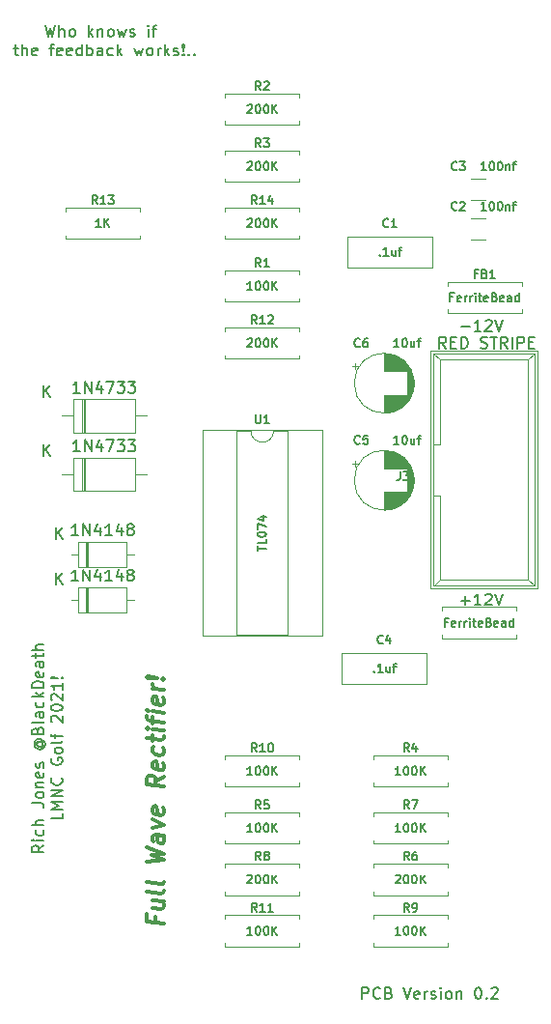
<source format=gbr>
%TF.GenerationSoftware,KiCad,Pcbnew,(5.1.8-0-10_14)*%
%TF.CreationDate,2021-07-20T21:06:28-04:00*%
%TF.ProjectId,fwr2,66777232-2e6b-4696-9361-645f70636258,rev?*%
%TF.SameCoordinates,Original*%
%TF.FileFunction,Legend,Top*%
%TF.FilePolarity,Positive*%
%FSLAX46Y46*%
G04 Gerber Fmt 4.6, Leading zero omitted, Abs format (unit mm)*
G04 Created by KiCad (PCBNEW (5.1.8-0-10_14)) date 2021-07-20 21:06:28*
%MOMM*%
%LPD*%
G01*
G04 APERTURE LIST*
%ADD10C,0.150000*%
%ADD11C,0.375000*%
%ADD12C,0.120000*%
G04 APERTURE END LIST*
D10*
X132071428Y-145952380D02*
X132071428Y-144952380D01*
X132452380Y-144952380D01*
X132547619Y-145000000D01*
X132595238Y-145047619D01*
X132642857Y-145142857D01*
X132642857Y-145285714D01*
X132595238Y-145380952D01*
X132547619Y-145428571D01*
X132452380Y-145476190D01*
X132071428Y-145476190D01*
X133642857Y-145857142D02*
X133595238Y-145904761D01*
X133452380Y-145952380D01*
X133357142Y-145952380D01*
X133214285Y-145904761D01*
X133119047Y-145809523D01*
X133071428Y-145714285D01*
X133023809Y-145523809D01*
X133023809Y-145380952D01*
X133071428Y-145190476D01*
X133119047Y-145095238D01*
X133214285Y-145000000D01*
X133357142Y-144952380D01*
X133452380Y-144952380D01*
X133595238Y-145000000D01*
X133642857Y-145047619D01*
X134404761Y-145428571D02*
X134547619Y-145476190D01*
X134595238Y-145523809D01*
X134642857Y-145619047D01*
X134642857Y-145761904D01*
X134595238Y-145857142D01*
X134547619Y-145904761D01*
X134452380Y-145952380D01*
X134071428Y-145952380D01*
X134071428Y-144952380D01*
X134404761Y-144952380D01*
X134500000Y-145000000D01*
X134547619Y-145047619D01*
X134595238Y-145142857D01*
X134595238Y-145238095D01*
X134547619Y-145333333D01*
X134500000Y-145380952D01*
X134404761Y-145428571D01*
X134071428Y-145428571D01*
X135690476Y-144952380D02*
X136023809Y-145952380D01*
X136357142Y-144952380D01*
X137071428Y-145904761D02*
X136976190Y-145952380D01*
X136785714Y-145952380D01*
X136690476Y-145904761D01*
X136642857Y-145809523D01*
X136642857Y-145428571D01*
X136690476Y-145333333D01*
X136785714Y-145285714D01*
X136976190Y-145285714D01*
X137071428Y-145333333D01*
X137119047Y-145428571D01*
X137119047Y-145523809D01*
X136642857Y-145619047D01*
X137547619Y-145952380D02*
X137547619Y-145285714D01*
X137547619Y-145476190D02*
X137595238Y-145380952D01*
X137642857Y-145333333D01*
X137738095Y-145285714D01*
X137833333Y-145285714D01*
X138119047Y-145904761D02*
X138214285Y-145952380D01*
X138404761Y-145952380D01*
X138500000Y-145904761D01*
X138547619Y-145809523D01*
X138547619Y-145761904D01*
X138500000Y-145666666D01*
X138404761Y-145619047D01*
X138261904Y-145619047D01*
X138166666Y-145571428D01*
X138119047Y-145476190D01*
X138119047Y-145428571D01*
X138166666Y-145333333D01*
X138261904Y-145285714D01*
X138404761Y-145285714D01*
X138500000Y-145333333D01*
X138976190Y-145952380D02*
X138976190Y-145285714D01*
X138976190Y-144952380D02*
X138928571Y-145000000D01*
X138976190Y-145047619D01*
X139023809Y-145000000D01*
X138976190Y-144952380D01*
X138976190Y-145047619D01*
X139595238Y-145952380D02*
X139500000Y-145904761D01*
X139452380Y-145857142D01*
X139404761Y-145761904D01*
X139404761Y-145476190D01*
X139452380Y-145380952D01*
X139500000Y-145333333D01*
X139595238Y-145285714D01*
X139738095Y-145285714D01*
X139833333Y-145333333D01*
X139880952Y-145380952D01*
X139928571Y-145476190D01*
X139928571Y-145761904D01*
X139880952Y-145857142D01*
X139833333Y-145904761D01*
X139738095Y-145952380D01*
X139595238Y-145952380D01*
X140357142Y-145285714D02*
X140357142Y-145952380D01*
X140357142Y-145380952D02*
X140404761Y-145333333D01*
X140500000Y-145285714D01*
X140642857Y-145285714D01*
X140738095Y-145333333D01*
X140785714Y-145428571D01*
X140785714Y-145952380D01*
X142214285Y-144952380D02*
X142309523Y-144952380D01*
X142404761Y-145000000D01*
X142452380Y-145047619D01*
X142500000Y-145142857D01*
X142547619Y-145333333D01*
X142547619Y-145571428D01*
X142500000Y-145761904D01*
X142452380Y-145857142D01*
X142404761Y-145904761D01*
X142309523Y-145952380D01*
X142214285Y-145952380D01*
X142119047Y-145904761D01*
X142071428Y-145857142D01*
X142023809Y-145761904D01*
X141976190Y-145571428D01*
X141976190Y-145333333D01*
X142023809Y-145142857D01*
X142071428Y-145047619D01*
X142119047Y-145000000D01*
X142214285Y-144952380D01*
X142976190Y-145857142D02*
X143023809Y-145904761D01*
X142976190Y-145952380D01*
X142928571Y-145904761D01*
X142976190Y-145857142D01*
X142976190Y-145952380D01*
X143404761Y-145047619D02*
X143452380Y-145000000D01*
X143547619Y-144952380D01*
X143785714Y-144952380D01*
X143880952Y-145000000D01*
X143928571Y-145047619D01*
X143976190Y-145142857D01*
X143976190Y-145238095D01*
X143928571Y-145380952D01*
X143357142Y-145952380D01*
X143976190Y-145952380D01*
X104261904Y-60627380D02*
X104500000Y-61627380D01*
X104690476Y-60913095D01*
X104880952Y-61627380D01*
X105119047Y-60627380D01*
X105500000Y-61627380D02*
X105500000Y-60627380D01*
X105928571Y-61627380D02*
X105928571Y-61103571D01*
X105880952Y-61008333D01*
X105785714Y-60960714D01*
X105642857Y-60960714D01*
X105547619Y-61008333D01*
X105500000Y-61055952D01*
X106547619Y-61627380D02*
X106452380Y-61579761D01*
X106404761Y-61532142D01*
X106357142Y-61436904D01*
X106357142Y-61151190D01*
X106404761Y-61055952D01*
X106452380Y-61008333D01*
X106547619Y-60960714D01*
X106690476Y-60960714D01*
X106785714Y-61008333D01*
X106833333Y-61055952D01*
X106880952Y-61151190D01*
X106880952Y-61436904D01*
X106833333Y-61532142D01*
X106785714Y-61579761D01*
X106690476Y-61627380D01*
X106547619Y-61627380D01*
X108071428Y-61627380D02*
X108071428Y-60627380D01*
X108166666Y-61246428D02*
X108452380Y-61627380D01*
X108452380Y-60960714D02*
X108071428Y-61341666D01*
X108880952Y-60960714D02*
X108880952Y-61627380D01*
X108880952Y-61055952D02*
X108928571Y-61008333D01*
X109023809Y-60960714D01*
X109166666Y-60960714D01*
X109261904Y-61008333D01*
X109309523Y-61103571D01*
X109309523Y-61627380D01*
X109928571Y-61627380D02*
X109833333Y-61579761D01*
X109785714Y-61532142D01*
X109738095Y-61436904D01*
X109738095Y-61151190D01*
X109785714Y-61055952D01*
X109833333Y-61008333D01*
X109928571Y-60960714D01*
X110071428Y-60960714D01*
X110166666Y-61008333D01*
X110214285Y-61055952D01*
X110261904Y-61151190D01*
X110261904Y-61436904D01*
X110214285Y-61532142D01*
X110166666Y-61579761D01*
X110071428Y-61627380D01*
X109928571Y-61627380D01*
X110595238Y-60960714D02*
X110785714Y-61627380D01*
X110976190Y-61151190D01*
X111166666Y-61627380D01*
X111357142Y-60960714D01*
X111690476Y-61579761D02*
X111785714Y-61627380D01*
X111976190Y-61627380D01*
X112071428Y-61579761D01*
X112119047Y-61484523D01*
X112119047Y-61436904D01*
X112071428Y-61341666D01*
X111976190Y-61294047D01*
X111833333Y-61294047D01*
X111738095Y-61246428D01*
X111690476Y-61151190D01*
X111690476Y-61103571D01*
X111738095Y-61008333D01*
X111833333Y-60960714D01*
X111976190Y-60960714D01*
X112071428Y-61008333D01*
X113309523Y-61627380D02*
X113309523Y-60960714D01*
X113309523Y-60627380D02*
X113261904Y-60675000D01*
X113309523Y-60722619D01*
X113357142Y-60675000D01*
X113309523Y-60627380D01*
X113309523Y-60722619D01*
X113642857Y-60960714D02*
X114023809Y-60960714D01*
X113785714Y-61627380D02*
X113785714Y-60770238D01*
X113833333Y-60675000D01*
X113928571Y-60627380D01*
X114023809Y-60627380D01*
X101523809Y-62610714D02*
X101904761Y-62610714D01*
X101666666Y-62277380D02*
X101666666Y-63134523D01*
X101714285Y-63229761D01*
X101809523Y-63277380D01*
X101904761Y-63277380D01*
X102238095Y-63277380D02*
X102238095Y-62277380D01*
X102666666Y-63277380D02*
X102666666Y-62753571D01*
X102619047Y-62658333D01*
X102523809Y-62610714D01*
X102380952Y-62610714D01*
X102285714Y-62658333D01*
X102238095Y-62705952D01*
X103523809Y-63229761D02*
X103428571Y-63277380D01*
X103238095Y-63277380D01*
X103142857Y-63229761D01*
X103095238Y-63134523D01*
X103095238Y-62753571D01*
X103142857Y-62658333D01*
X103238095Y-62610714D01*
X103428571Y-62610714D01*
X103523809Y-62658333D01*
X103571428Y-62753571D01*
X103571428Y-62848809D01*
X103095238Y-62944047D01*
X104619047Y-62610714D02*
X105000000Y-62610714D01*
X104761904Y-63277380D02*
X104761904Y-62420238D01*
X104809523Y-62325000D01*
X104904761Y-62277380D01*
X105000000Y-62277380D01*
X105714285Y-63229761D02*
X105619047Y-63277380D01*
X105428571Y-63277380D01*
X105333333Y-63229761D01*
X105285714Y-63134523D01*
X105285714Y-62753571D01*
X105333333Y-62658333D01*
X105428571Y-62610714D01*
X105619047Y-62610714D01*
X105714285Y-62658333D01*
X105761904Y-62753571D01*
X105761904Y-62848809D01*
X105285714Y-62944047D01*
X106571428Y-63229761D02*
X106476190Y-63277380D01*
X106285714Y-63277380D01*
X106190476Y-63229761D01*
X106142857Y-63134523D01*
X106142857Y-62753571D01*
X106190476Y-62658333D01*
X106285714Y-62610714D01*
X106476190Y-62610714D01*
X106571428Y-62658333D01*
X106619047Y-62753571D01*
X106619047Y-62848809D01*
X106142857Y-62944047D01*
X107476190Y-63277380D02*
X107476190Y-62277380D01*
X107476190Y-63229761D02*
X107380952Y-63277380D01*
X107190476Y-63277380D01*
X107095238Y-63229761D01*
X107047619Y-63182142D01*
X107000000Y-63086904D01*
X107000000Y-62801190D01*
X107047619Y-62705952D01*
X107095238Y-62658333D01*
X107190476Y-62610714D01*
X107380952Y-62610714D01*
X107476190Y-62658333D01*
X107952380Y-63277380D02*
X107952380Y-62277380D01*
X107952380Y-62658333D02*
X108047619Y-62610714D01*
X108238095Y-62610714D01*
X108333333Y-62658333D01*
X108380952Y-62705952D01*
X108428571Y-62801190D01*
X108428571Y-63086904D01*
X108380952Y-63182142D01*
X108333333Y-63229761D01*
X108238095Y-63277380D01*
X108047619Y-63277380D01*
X107952380Y-63229761D01*
X109285714Y-63277380D02*
X109285714Y-62753571D01*
X109238095Y-62658333D01*
X109142857Y-62610714D01*
X108952380Y-62610714D01*
X108857142Y-62658333D01*
X109285714Y-63229761D02*
X109190476Y-63277380D01*
X108952380Y-63277380D01*
X108857142Y-63229761D01*
X108809523Y-63134523D01*
X108809523Y-63039285D01*
X108857142Y-62944047D01*
X108952380Y-62896428D01*
X109190476Y-62896428D01*
X109285714Y-62848809D01*
X110190476Y-63229761D02*
X110095238Y-63277380D01*
X109904761Y-63277380D01*
X109809523Y-63229761D01*
X109761904Y-63182142D01*
X109714285Y-63086904D01*
X109714285Y-62801190D01*
X109761904Y-62705952D01*
X109809523Y-62658333D01*
X109904761Y-62610714D01*
X110095238Y-62610714D01*
X110190476Y-62658333D01*
X110619047Y-63277380D02*
X110619047Y-62277380D01*
X110714285Y-62896428D02*
X111000000Y-63277380D01*
X111000000Y-62610714D02*
X110619047Y-62991666D01*
X112095238Y-62610714D02*
X112285714Y-63277380D01*
X112476190Y-62801190D01*
X112666666Y-63277380D01*
X112857142Y-62610714D01*
X113380952Y-63277380D02*
X113285714Y-63229761D01*
X113238095Y-63182142D01*
X113190476Y-63086904D01*
X113190476Y-62801190D01*
X113238095Y-62705952D01*
X113285714Y-62658333D01*
X113380952Y-62610714D01*
X113523809Y-62610714D01*
X113619047Y-62658333D01*
X113666666Y-62705952D01*
X113714285Y-62801190D01*
X113714285Y-63086904D01*
X113666666Y-63182142D01*
X113619047Y-63229761D01*
X113523809Y-63277380D01*
X113380952Y-63277380D01*
X114142857Y-63277380D02*
X114142857Y-62610714D01*
X114142857Y-62801190D02*
X114190476Y-62705952D01*
X114238095Y-62658333D01*
X114333333Y-62610714D01*
X114428571Y-62610714D01*
X114761904Y-63277380D02*
X114761904Y-62277380D01*
X114857142Y-62896428D02*
X115142857Y-63277380D01*
X115142857Y-62610714D02*
X114761904Y-62991666D01*
X115523809Y-63229761D02*
X115619047Y-63277380D01*
X115809523Y-63277380D01*
X115904761Y-63229761D01*
X115952380Y-63134523D01*
X115952380Y-63086904D01*
X115904761Y-62991666D01*
X115809523Y-62944047D01*
X115666666Y-62944047D01*
X115571428Y-62896428D01*
X115523809Y-62801190D01*
X115523809Y-62753571D01*
X115571428Y-62658333D01*
X115666666Y-62610714D01*
X115809523Y-62610714D01*
X115904761Y-62658333D01*
X116380952Y-63182142D02*
X116428571Y-63229761D01*
X116380952Y-63277380D01*
X116333333Y-63229761D01*
X116380952Y-63182142D01*
X116380952Y-63277380D01*
X116380952Y-62896428D02*
X116333333Y-62325000D01*
X116380952Y-62277380D01*
X116428571Y-62325000D01*
X116380952Y-62896428D01*
X116380952Y-62277380D01*
X116857142Y-63182142D02*
X116904761Y-63229761D01*
X116857142Y-63277380D01*
X116809523Y-63229761D01*
X116857142Y-63182142D01*
X116857142Y-63277380D01*
X117333333Y-63182142D02*
X117380952Y-63229761D01*
X117333333Y-63277380D01*
X117285714Y-63229761D01*
X117333333Y-63182142D01*
X117333333Y-63277380D01*
X104127380Y-132500000D02*
X103651190Y-132833333D01*
X104127380Y-133071428D02*
X103127380Y-133071428D01*
X103127380Y-132690476D01*
X103175000Y-132595238D01*
X103222619Y-132547619D01*
X103317857Y-132500000D01*
X103460714Y-132500000D01*
X103555952Y-132547619D01*
X103603571Y-132595238D01*
X103651190Y-132690476D01*
X103651190Y-133071428D01*
X104127380Y-132071428D02*
X103460714Y-132071428D01*
X103127380Y-132071428D02*
X103175000Y-132119047D01*
X103222619Y-132071428D01*
X103175000Y-132023809D01*
X103127380Y-132071428D01*
X103222619Y-132071428D01*
X104079761Y-131166666D02*
X104127380Y-131261904D01*
X104127380Y-131452380D01*
X104079761Y-131547619D01*
X104032142Y-131595238D01*
X103936904Y-131642857D01*
X103651190Y-131642857D01*
X103555952Y-131595238D01*
X103508333Y-131547619D01*
X103460714Y-131452380D01*
X103460714Y-131261904D01*
X103508333Y-131166666D01*
X104127380Y-130738095D02*
X103127380Y-130738095D01*
X104127380Y-130309523D02*
X103603571Y-130309523D01*
X103508333Y-130357142D01*
X103460714Y-130452380D01*
X103460714Y-130595238D01*
X103508333Y-130690476D01*
X103555952Y-130738095D01*
X103127380Y-128785714D02*
X103841666Y-128785714D01*
X103984523Y-128833333D01*
X104079761Y-128928571D01*
X104127380Y-129071428D01*
X104127380Y-129166666D01*
X104127380Y-128166666D02*
X104079761Y-128261904D01*
X104032142Y-128309523D01*
X103936904Y-128357142D01*
X103651190Y-128357142D01*
X103555952Y-128309523D01*
X103508333Y-128261904D01*
X103460714Y-128166666D01*
X103460714Y-128023809D01*
X103508333Y-127928571D01*
X103555952Y-127880952D01*
X103651190Y-127833333D01*
X103936904Y-127833333D01*
X104032142Y-127880952D01*
X104079761Y-127928571D01*
X104127380Y-128023809D01*
X104127380Y-128166666D01*
X103460714Y-127404761D02*
X104127380Y-127404761D01*
X103555952Y-127404761D02*
X103508333Y-127357142D01*
X103460714Y-127261904D01*
X103460714Y-127119047D01*
X103508333Y-127023809D01*
X103603571Y-126976190D01*
X104127380Y-126976190D01*
X104079761Y-126119047D02*
X104127380Y-126214285D01*
X104127380Y-126404761D01*
X104079761Y-126500000D01*
X103984523Y-126547619D01*
X103603571Y-126547619D01*
X103508333Y-126500000D01*
X103460714Y-126404761D01*
X103460714Y-126214285D01*
X103508333Y-126119047D01*
X103603571Y-126071428D01*
X103698809Y-126071428D01*
X103794047Y-126547619D01*
X104079761Y-125690476D02*
X104127380Y-125595238D01*
X104127380Y-125404761D01*
X104079761Y-125309523D01*
X103984523Y-125261904D01*
X103936904Y-125261904D01*
X103841666Y-125309523D01*
X103794047Y-125404761D01*
X103794047Y-125547619D01*
X103746428Y-125642857D01*
X103651190Y-125690476D01*
X103603571Y-125690476D01*
X103508333Y-125642857D01*
X103460714Y-125547619D01*
X103460714Y-125404761D01*
X103508333Y-125309523D01*
X103651190Y-123452380D02*
X103603571Y-123500000D01*
X103555952Y-123595238D01*
X103555952Y-123690476D01*
X103603571Y-123785714D01*
X103651190Y-123833333D01*
X103746428Y-123880952D01*
X103841666Y-123880952D01*
X103936904Y-123833333D01*
X103984523Y-123785714D01*
X104032142Y-123690476D01*
X104032142Y-123595238D01*
X103984523Y-123500000D01*
X103936904Y-123452380D01*
X103555952Y-123452380D02*
X103936904Y-123452380D01*
X103984523Y-123404761D01*
X103984523Y-123357142D01*
X103936904Y-123261904D01*
X103841666Y-123214285D01*
X103603571Y-123214285D01*
X103460714Y-123309523D01*
X103365476Y-123452380D01*
X103317857Y-123642857D01*
X103365476Y-123833333D01*
X103460714Y-123976190D01*
X103603571Y-124071428D01*
X103794047Y-124119047D01*
X103984523Y-124071428D01*
X104127380Y-123976190D01*
X104222619Y-123833333D01*
X104270238Y-123642857D01*
X104222619Y-123452380D01*
X104127380Y-123309523D01*
X103603571Y-122452380D02*
X103651190Y-122309523D01*
X103698809Y-122261904D01*
X103794047Y-122214285D01*
X103936904Y-122214285D01*
X104032142Y-122261904D01*
X104079761Y-122309523D01*
X104127380Y-122404761D01*
X104127380Y-122785714D01*
X103127380Y-122785714D01*
X103127380Y-122452380D01*
X103175000Y-122357142D01*
X103222619Y-122309523D01*
X103317857Y-122261904D01*
X103413095Y-122261904D01*
X103508333Y-122309523D01*
X103555952Y-122357142D01*
X103603571Y-122452380D01*
X103603571Y-122785714D01*
X104127380Y-121642857D02*
X104079761Y-121738095D01*
X103984523Y-121785714D01*
X103127380Y-121785714D01*
X104127380Y-120833333D02*
X103603571Y-120833333D01*
X103508333Y-120880952D01*
X103460714Y-120976190D01*
X103460714Y-121166666D01*
X103508333Y-121261904D01*
X104079761Y-120833333D02*
X104127380Y-120928571D01*
X104127380Y-121166666D01*
X104079761Y-121261904D01*
X103984523Y-121309523D01*
X103889285Y-121309523D01*
X103794047Y-121261904D01*
X103746428Y-121166666D01*
X103746428Y-120928571D01*
X103698809Y-120833333D01*
X104079761Y-119928571D02*
X104127380Y-120023809D01*
X104127380Y-120214285D01*
X104079761Y-120309523D01*
X104032142Y-120357142D01*
X103936904Y-120404761D01*
X103651190Y-120404761D01*
X103555952Y-120357142D01*
X103508333Y-120309523D01*
X103460714Y-120214285D01*
X103460714Y-120023809D01*
X103508333Y-119928571D01*
X104127380Y-119500000D02*
X103127380Y-119500000D01*
X103746428Y-119404761D02*
X104127380Y-119119047D01*
X103460714Y-119119047D02*
X103841666Y-119500000D01*
X104127380Y-118690476D02*
X103127380Y-118690476D01*
X103127380Y-118452380D01*
X103175000Y-118309523D01*
X103270238Y-118214285D01*
X103365476Y-118166666D01*
X103555952Y-118119047D01*
X103698809Y-118119047D01*
X103889285Y-118166666D01*
X103984523Y-118214285D01*
X104079761Y-118309523D01*
X104127380Y-118452380D01*
X104127380Y-118690476D01*
X104079761Y-117309523D02*
X104127380Y-117404761D01*
X104127380Y-117595238D01*
X104079761Y-117690476D01*
X103984523Y-117738095D01*
X103603571Y-117738095D01*
X103508333Y-117690476D01*
X103460714Y-117595238D01*
X103460714Y-117404761D01*
X103508333Y-117309523D01*
X103603571Y-117261904D01*
X103698809Y-117261904D01*
X103794047Y-117738095D01*
X104127380Y-116404761D02*
X103603571Y-116404761D01*
X103508333Y-116452380D01*
X103460714Y-116547619D01*
X103460714Y-116738095D01*
X103508333Y-116833333D01*
X104079761Y-116404761D02*
X104127380Y-116500000D01*
X104127380Y-116738095D01*
X104079761Y-116833333D01*
X103984523Y-116880952D01*
X103889285Y-116880952D01*
X103794047Y-116833333D01*
X103746428Y-116738095D01*
X103746428Y-116500000D01*
X103698809Y-116404761D01*
X103460714Y-116071428D02*
X103460714Y-115690476D01*
X103127380Y-115928571D02*
X103984523Y-115928571D01*
X104079761Y-115880952D01*
X104127380Y-115785714D01*
X104127380Y-115690476D01*
X104127380Y-115357142D02*
X103127380Y-115357142D01*
X104127380Y-114928571D02*
X103603571Y-114928571D01*
X103508333Y-114976190D01*
X103460714Y-115071428D01*
X103460714Y-115214285D01*
X103508333Y-115309523D01*
X103555952Y-115357142D01*
X105777380Y-129690476D02*
X105777380Y-130166666D01*
X104777380Y-130166666D01*
X105777380Y-129357142D02*
X104777380Y-129357142D01*
X105491666Y-129023809D01*
X104777380Y-128690476D01*
X105777380Y-128690476D01*
X105777380Y-128214285D02*
X104777380Y-128214285D01*
X105777380Y-127642857D01*
X104777380Y-127642857D01*
X105682142Y-126595238D02*
X105729761Y-126642857D01*
X105777380Y-126785714D01*
X105777380Y-126880952D01*
X105729761Y-127023809D01*
X105634523Y-127119047D01*
X105539285Y-127166666D01*
X105348809Y-127214285D01*
X105205952Y-127214285D01*
X105015476Y-127166666D01*
X104920238Y-127119047D01*
X104825000Y-127023809D01*
X104777380Y-126880952D01*
X104777380Y-126785714D01*
X104825000Y-126642857D01*
X104872619Y-126595238D01*
X104825000Y-124880952D02*
X104777380Y-124976190D01*
X104777380Y-125119047D01*
X104825000Y-125261904D01*
X104920238Y-125357142D01*
X105015476Y-125404761D01*
X105205952Y-125452380D01*
X105348809Y-125452380D01*
X105539285Y-125404761D01*
X105634523Y-125357142D01*
X105729761Y-125261904D01*
X105777380Y-125119047D01*
X105777380Y-125023809D01*
X105729761Y-124880952D01*
X105682142Y-124833333D01*
X105348809Y-124833333D01*
X105348809Y-125023809D01*
X105777380Y-124261904D02*
X105729761Y-124357142D01*
X105682142Y-124404761D01*
X105586904Y-124452380D01*
X105301190Y-124452380D01*
X105205952Y-124404761D01*
X105158333Y-124357142D01*
X105110714Y-124261904D01*
X105110714Y-124119047D01*
X105158333Y-124023809D01*
X105205952Y-123976190D01*
X105301190Y-123928571D01*
X105586904Y-123928571D01*
X105682142Y-123976190D01*
X105729761Y-124023809D01*
X105777380Y-124119047D01*
X105777380Y-124261904D01*
X105777380Y-123357142D02*
X105729761Y-123452380D01*
X105634523Y-123500000D01*
X104777380Y-123500000D01*
X105110714Y-123119047D02*
X105110714Y-122738095D01*
X105777380Y-122976190D02*
X104920238Y-122976190D01*
X104825000Y-122928571D01*
X104777380Y-122833333D01*
X104777380Y-122738095D01*
X104872619Y-121690476D02*
X104825000Y-121642857D01*
X104777380Y-121547619D01*
X104777380Y-121309523D01*
X104825000Y-121214285D01*
X104872619Y-121166666D01*
X104967857Y-121119047D01*
X105063095Y-121119047D01*
X105205952Y-121166666D01*
X105777380Y-121738095D01*
X105777380Y-121119047D01*
X104777380Y-120500000D02*
X104777380Y-120404761D01*
X104825000Y-120309523D01*
X104872619Y-120261904D01*
X104967857Y-120214285D01*
X105158333Y-120166666D01*
X105396428Y-120166666D01*
X105586904Y-120214285D01*
X105682142Y-120261904D01*
X105729761Y-120309523D01*
X105777380Y-120404761D01*
X105777380Y-120500000D01*
X105729761Y-120595238D01*
X105682142Y-120642857D01*
X105586904Y-120690476D01*
X105396428Y-120738095D01*
X105158333Y-120738095D01*
X104967857Y-120690476D01*
X104872619Y-120642857D01*
X104825000Y-120595238D01*
X104777380Y-120500000D01*
X104872619Y-119785714D02*
X104825000Y-119738095D01*
X104777380Y-119642857D01*
X104777380Y-119404761D01*
X104825000Y-119309523D01*
X104872619Y-119261904D01*
X104967857Y-119214285D01*
X105063095Y-119214285D01*
X105205952Y-119261904D01*
X105777380Y-119833333D01*
X105777380Y-119214285D01*
X105777380Y-118261904D02*
X105777380Y-118833333D01*
X105777380Y-118547619D02*
X104777380Y-118547619D01*
X104920238Y-118642857D01*
X105015476Y-118738095D01*
X105063095Y-118833333D01*
X105682142Y-117833333D02*
X105729761Y-117785714D01*
X105777380Y-117833333D01*
X105729761Y-117880952D01*
X105682142Y-117833333D01*
X105777380Y-117833333D01*
X105396428Y-117833333D02*
X104825000Y-117880952D01*
X104777380Y-117833333D01*
X104825000Y-117785714D01*
X105396428Y-117833333D01*
X104777380Y-117833333D01*
D11*
X113892857Y-138778236D02*
X113892857Y-139278236D01*
X114678571Y-139376450D02*
X113178571Y-139188950D01*
X113178571Y-138474665D01*
X113678571Y-137322879D02*
X114678571Y-137447879D01*
X113678571Y-137965736D02*
X114464285Y-138063950D01*
X114607142Y-138010379D01*
X114678571Y-137876450D01*
X114678571Y-137662165D01*
X114607142Y-137510379D01*
X114535714Y-137430022D01*
X114678571Y-136519308D02*
X114607142Y-136653236D01*
X114464285Y-136706808D01*
X113178571Y-136546093D01*
X114678571Y-135733593D02*
X114607142Y-135867522D01*
X114464285Y-135921093D01*
X113178571Y-135760379D01*
X113178571Y-133974665D02*
X114678571Y-133805022D01*
X113607142Y-133385379D01*
X114678571Y-133233593D01*
X113178571Y-132688950D01*
X114678571Y-131662165D02*
X113892857Y-131563950D01*
X113750000Y-131617522D01*
X113678571Y-131751450D01*
X113678571Y-132037165D01*
X113750000Y-132188950D01*
X114607142Y-131653236D02*
X114678571Y-131805022D01*
X114678571Y-132162165D01*
X114607142Y-132296093D01*
X114464285Y-132349665D01*
X114321428Y-132331808D01*
X114178571Y-132242522D01*
X114107142Y-132090736D01*
X114107142Y-131733593D01*
X114035714Y-131581808D01*
X113678571Y-130965736D02*
X114678571Y-130733593D01*
X113678571Y-130251450D01*
X114607142Y-129224665D02*
X114678571Y-129376450D01*
X114678571Y-129662165D01*
X114607142Y-129796093D01*
X114464285Y-129849665D01*
X113892857Y-129778236D01*
X113750000Y-129688950D01*
X113678571Y-129537165D01*
X113678571Y-129251450D01*
X113750000Y-129117522D01*
X113892857Y-129063950D01*
X114035714Y-129081808D01*
X114178571Y-129813950D01*
X114678571Y-126519308D02*
X113964285Y-126930022D01*
X114678571Y-127376450D02*
X113178571Y-127188950D01*
X113178571Y-126617522D01*
X113250000Y-126483593D01*
X113321428Y-126421093D01*
X113464285Y-126367522D01*
X113678571Y-126394308D01*
X113821428Y-126483593D01*
X113892857Y-126563950D01*
X113964285Y-126715736D01*
X113964285Y-127287165D01*
X114607142Y-125296093D02*
X114678571Y-125447879D01*
X114678571Y-125733593D01*
X114607142Y-125867522D01*
X114464285Y-125921093D01*
X113892857Y-125849665D01*
X113750000Y-125760379D01*
X113678571Y-125608593D01*
X113678571Y-125322879D01*
X113750000Y-125188950D01*
X113892857Y-125135379D01*
X114035714Y-125153236D01*
X114178571Y-125885379D01*
X114607142Y-123938950D02*
X114678571Y-124090736D01*
X114678571Y-124376450D01*
X114607142Y-124510379D01*
X114535714Y-124572879D01*
X114392857Y-124626450D01*
X113964285Y-124572879D01*
X113821428Y-124483593D01*
X113750000Y-124403236D01*
X113678571Y-124251450D01*
X113678571Y-123965736D01*
X113750000Y-123831808D01*
X113678571Y-123394308D02*
X113678571Y-122822879D01*
X113178571Y-123117522D02*
X114464285Y-123278236D01*
X114607142Y-123224665D01*
X114678571Y-123090736D01*
X114678571Y-122947879D01*
X114678571Y-122447879D02*
X113678571Y-122322879D01*
X113178571Y-122260379D02*
X113250000Y-122340736D01*
X113321428Y-122278236D01*
X113250000Y-122197879D01*
X113178571Y-122260379D01*
X113321428Y-122278236D01*
X113678571Y-121822879D02*
X113678571Y-121251450D01*
X114678571Y-121733593D02*
X113392857Y-121572879D01*
X113250000Y-121483593D01*
X113178571Y-121331808D01*
X113178571Y-121188950D01*
X114678571Y-120876450D02*
X113678571Y-120751450D01*
X113178571Y-120688950D02*
X113250000Y-120769308D01*
X113321428Y-120706808D01*
X113250000Y-120626450D01*
X113178571Y-120688950D01*
X113321428Y-120706808D01*
X114607142Y-119581808D02*
X114678571Y-119733593D01*
X114678571Y-120019308D01*
X114607142Y-120153236D01*
X114464285Y-120206808D01*
X113892857Y-120135379D01*
X113750000Y-120046093D01*
X113678571Y-119894308D01*
X113678571Y-119608593D01*
X113750000Y-119474665D01*
X113892857Y-119421093D01*
X114035714Y-119438950D01*
X114178571Y-120171093D01*
X114678571Y-118876450D02*
X113678571Y-118751450D01*
X113964285Y-118787165D02*
X113821428Y-118697879D01*
X113750000Y-118617522D01*
X113678571Y-118465736D01*
X113678571Y-118322879D01*
X114535714Y-117930022D02*
X114607142Y-117867522D01*
X114678571Y-117947879D01*
X114607142Y-118010379D01*
X114535714Y-117930022D01*
X114678571Y-117947879D01*
X114107142Y-117876450D02*
X113250000Y-117840736D01*
X113178571Y-117760379D01*
X113250000Y-117697879D01*
X114107142Y-117876450D01*
X113178571Y-117760379D01*
D12*
%TO.C,C6*%
X136620000Y-92000000D02*
G75*
G03*
X136620000Y-92000000I-2620000J0D01*
G01*
X134000000Y-93040000D02*
X134000000Y-94580000D01*
X134000000Y-89420000D02*
X134000000Y-90960000D01*
X134040000Y-93040000D02*
X134040000Y-94580000D01*
X134040000Y-89420000D02*
X134040000Y-90960000D01*
X134080000Y-89421000D02*
X134080000Y-90960000D01*
X134080000Y-93040000D02*
X134080000Y-94579000D01*
X134120000Y-89422000D02*
X134120000Y-90960000D01*
X134120000Y-93040000D02*
X134120000Y-94578000D01*
X134160000Y-89424000D02*
X134160000Y-90960000D01*
X134160000Y-93040000D02*
X134160000Y-94576000D01*
X134200000Y-89427000D02*
X134200000Y-90960000D01*
X134200000Y-93040000D02*
X134200000Y-94573000D01*
X134240000Y-89431000D02*
X134240000Y-90960000D01*
X134240000Y-93040000D02*
X134240000Y-94569000D01*
X134280000Y-89435000D02*
X134280000Y-90960000D01*
X134280000Y-93040000D02*
X134280000Y-94565000D01*
X134320000Y-89439000D02*
X134320000Y-90960000D01*
X134320000Y-93040000D02*
X134320000Y-94561000D01*
X134360000Y-89444000D02*
X134360000Y-90960000D01*
X134360000Y-93040000D02*
X134360000Y-94556000D01*
X134400000Y-89450000D02*
X134400000Y-90960000D01*
X134400000Y-93040000D02*
X134400000Y-94550000D01*
X134440000Y-89457000D02*
X134440000Y-90960000D01*
X134440000Y-93040000D02*
X134440000Y-94543000D01*
X134480000Y-89464000D02*
X134480000Y-90960000D01*
X134480000Y-93040000D02*
X134480000Y-94536000D01*
X134520000Y-89472000D02*
X134520000Y-90960000D01*
X134520000Y-93040000D02*
X134520000Y-94528000D01*
X134560000Y-89480000D02*
X134560000Y-90960000D01*
X134560000Y-93040000D02*
X134560000Y-94520000D01*
X134600000Y-89489000D02*
X134600000Y-90960000D01*
X134600000Y-93040000D02*
X134600000Y-94511000D01*
X134640000Y-89499000D02*
X134640000Y-90960000D01*
X134640000Y-93040000D02*
X134640000Y-94501000D01*
X134680000Y-89509000D02*
X134680000Y-90960000D01*
X134680000Y-93040000D02*
X134680000Y-94491000D01*
X134721000Y-89520000D02*
X134721000Y-90960000D01*
X134721000Y-93040000D02*
X134721000Y-94480000D01*
X134761000Y-89532000D02*
X134761000Y-90960000D01*
X134761000Y-93040000D02*
X134761000Y-94468000D01*
X134801000Y-89545000D02*
X134801000Y-90960000D01*
X134801000Y-93040000D02*
X134801000Y-94455000D01*
X134841000Y-89558000D02*
X134841000Y-90960000D01*
X134841000Y-93040000D02*
X134841000Y-94442000D01*
X134881000Y-89572000D02*
X134881000Y-90960000D01*
X134881000Y-93040000D02*
X134881000Y-94428000D01*
X134921000Y-89586000D02*
X134921000Y-90960000D01*
X134921000Y-93040000D02*
X134921000Y-94414000D01*
X134961000Y-89602000D02*
X134961000Y-90960000D01*
X134961000Y-93040000D02*
X134961000Y-94398000D01*
X135001000Y-89618000D02*
X135001000Y-90960000D01*
X135001000Y-93040000D02*
X135001000Y-94382000D01*
X135041000Y-89635000D02*
X135041000Y-90960000D01*
X135041000Y-93040000D02*
X135041000Y-94365000D01*
X135081000Y-89652000D02*
X135081000Y-90960000D01*
X135081000Y-93040000D02*
X135081000Y-94348000D01*
X135121000Y-89671000D02*
X135121000Y-90960000D01*
X135121000Y-93040000D02*
X135121000Y-94329000D01*
X135161000Y-89690000D02*
X135161000Y-90960000D01*
X135161000Y-93040000D02*
X135161000Y-94310000D01*
X135201000Y-89710000D02*
X135201000Y-90960000D01*
X135201000Y-93040000D02*
X135201000Y-94290000D01*
X135241000Y-89732000D02*
X135241000Y-90960000D01*
X135241000Y-93040000D02*
X135241000Y-94268000D01*
X135281000Y-89753000D02*
X135281000Y-90960000D01*
X135281000Y-93040000D02*
X135281000Y-94247000D01*
X135321000Y-89776000D02*
X135321000Y-90960000D01*
X135321000Y-93040000D02*
X135321000Y-94224000D01*
X135361000Y-89800000D02*
X135361000Y-90960000D01*
X135361000Y-93040000D02*
X135361000Y-94200000D01*
X135401000Y-89825000D02*
X135401000Y-90960000D01*
X135401000Y-93040000D02*
X135401000Y-94175000D01*
X135441000Y-89851000D02*
X135441000Y-90960000D01*
X135441000Y-93040000D02*
X135441000Y-94149000D01*
X135481000Y-89878000D02*
X135481000Y-90960000D01*
X135481000Y-93040000D02*
X135481000Y-94122000D01*
X135521000Y-89905000D02*
X135521000Y-90960000D01*
X135521000Y-93040000D02*
X135521000Y-94095000D01*
X135561000Y-89935000D02*
X135561000Y-90960000D01*
X135561000Y-93040000D02*
X135561000Y-94065000D01*
X135601000Y-89965000D02*
X135601000Y-90960000D01*
X135601000Y-93040000D02*
X135601000Y-94035000D01*
X135641000Y-89996000D02*
X135641000Y-90960000D01*
X135641000Y-93040000D02*
X135641000Y-94004000D01*
X135681000Y-90029000D02*
X135681000Y-90960000D01*
X135681000Y-93040000D02*
X135681000Y-93971000D01*
X135721000Y-90063000D02*
X135721000Y-90960000D01*
X135721000Y-93040000D02*
X135721000Y-93937000D01*
X135761000Y-90099000D02*
X135761000Y-90960000D01*
X135761000Y-93040000D02*
X135761000Y-93901000D01*
X135801000Y-90136000D02*
X135801000Y-90960000D01*
X135801000Y-93040000D02*
X135801000Y-93864000D01*
X135841000Y-90174000D02*
X135841000Y-90960000D01*
X135841000Y-93040000D02*
X135841000Y-93826000D01*
X135881000Y-90215000D02*
X135881000Y-90960000D01*
X135881000Y-93040000D02*
X135881000Y-93785000D01*
X135921000Y-90257000D02*
X135921000Y-90960000D01*
X135921000Y-93040000D02*
X135921000Y-93743000D01*
X135961000Y-90301000D02*
X135961000Y-90960000D01*
X135961000Y-93040000D02*
X135961000Y-93699000D01*
X136001000Y-90347000D02*
X136001000Y-90960000D01*
X136001000Y-93040000D02*
X136001000Y-93653000D01*
X136041000Y-90395000D02*
X136041000Y-93605000D01*
X136081000Y-90446000D02*
X136081000Y-93554000D01*
X136121000Y-90500000D02*
X136121000Y-93500000D01*
X136161000Y-90557000D02*
X136161000Y-93443000D01*
X136201000Y-90617000D02*
X136201000Y-93383000D01*
X136241000Y-90681000D02*
X136241000Y-93319000D01*
X136281000Y-90749000D02*
X136281000Y-93251000D01*
X136321000Y-90822000D02*
X136321000Y-93178000D01*
X136361000Y-90902000D02*
X136361000Y-93098000D01*
X136401000Y-90989000D02*
X136401000Y-93011000D01*
X136441000Y-91085000D02*
X136441000Y-92915000D01*
X136481000Y-91195000D02*
X136481000Y-92805000D01*
X136521000Y-91323000D02*
X136521000Y-92677000D01*
X136561000Y-91482000D02*
X136561000Y-92518000D01*
X136601000Y-91716000D02*
X136601000Y-92284000D01*
X131195225Y-90525000D02*
X131695225Y-90525000D01*
X131445225Y-90275000D02*
X131445225Y-90775000D01*
%TO.C,1N4733*%
X106735001Y-93385001D02*
X106735001Y-96325001D01*
X106735001Y-96325001D02*
X112175001Y-96325001D01*
X112175001Y-96325001D02*
X112175001Y-93385001D01*
X112175001Y-93385001D02*
X106735001Y-93385001D01*
X105715001Y-94855001D02*
X106735001Y-94855001D01*
X113195001Y-94855001D02*
X112175001Y-94855001D01*
X107635001Y-93385001D02*
X107635001Y-96325001D01*
X107755001Y-93385001D02*
X107755001Y-96325001D01*
X107515001Y-93385001D02*
X107515001Y-96325001D01*
%TO.C,C1*%
X130780000Y-79130000D02*
X138220000Y-79130000D01*
X130780000Y-81870000D02*
X138220000Y-81870000D01*
X130780000Y-79130000D02*
X130780000Y-81870000D01*
X138220000Y-79130000D02*
X138220000Y-81870000D01*
%TO.C,C2*%
X141621000Y-77580000D02*
X142879000Y-77580000D01*
X141621000Y-79420000D02*
X142879000Y-79420000D01*
%TO.C,C3*%
X141621000Y-75920000D02*
X142879000Y-75920000D01*
X141621000Y-74080000D02*
X142879000Y-74080000D01*
%TO.C,C4*%
X137720000Y-115630000D02*
X137720000Y-118370000D01*
X130280000Y-115630000D02*
X130280000Y-118370000D01*
X130280000Y-118370000D02*
X137720000Y-118370000D01*
X130280000Y-115630000D02*
X137720000Y-115630000D01*
%TO.C,1N4148*%
X107190000Y-105880000D02*
X107190000Y-108120000D01*
X107190000Y-108120000D02*
X111430000Y-108120000D01*
X111430000Y-108120000D02*
X111430000Y-105880000D01*
X111430000Y-105880000D02*
X107190000Y-105880000D01*
X106540000Y-107000000D02*
X107190000Y-107000000D01*
X112080000Y-107000000D02*
X111430000Y-107000000D01*
X107910000Y-105880000D02*
X107910000Y-108120000D01*
X108030000Y-105880000D02*
X108030000Y-108120000D01*
X107790000Y-105880000D02*
X107790000Y-108120000D01*
X107790000Y-109880000D02*
X107790000Y-112120000D01*
X108030000Y-109880000D02*
X108030000Y-112120000D01*
X107910000Y-109880000D02*
X107910000Y-112120000D01*
X112080000Y-111000000D02*
X111430000Y-111000000D01*
X106540000Y-111000000D02*
X107190000Y-111000000D01*
X111430000Y-109880000D02*
X107190000Y-109880000D01*
X111430000Y-112120000D02*
X111430000Y-109880000D01*
X107190000Y-112120000D02*
X111430000Y-112120000D01*
X107190000Y-109880000D02*
X107190000Y-112120000D01*
%TO.C,1N4733*%
X107515001Y-98530000D02*
X107515001Y-101470000D01*
X107755001Y-98530000D02*
X107755001Y-101470000D01*
X107635001Y-98530000D02*
X107635001Y-101470000D01*
X113195001Y-100000000D02*
X112175001Y-100000000D01*
X105715001Y-100000000D02*
X106735001Y-100000000D01*
X112175001Y-98530000D02*
X106735001Y-98530000D01*
X112175001Y-101470000D02*
X112175001Y-98530000D01*
X106735001Y-101470000D02*
X112175001Y-101470000D01*
X106735001Y-98530000D02*
X106735001Y-101470000D01*
%TO.C,FB1*%
X146080000Y-85870000D02*
X146080000Y-85540000D01*
X139540000Y-85870000D02*
X146080000Y-85870000D01*
X139540000Y-85540000D02*
X139540000Y-85870000D01*
X146080000Y-83130000D02*
X146080000Y-83460000D01*
X139540000Y-83130000D02*
X146080000Y-83130000D01*
X139540000Y-83460000D02*
X139540000Y-83130000D01*
%TO.C,FB2*%
X139040000Y-111960000D02*
X139040000Y-111630000D01*
X139040000Y-111630000D02*
X145580000Y-111630000D01*
X145580000Y-111630000D02*
X145580000Y-111960000D01*
X139040000Y-114040000D02*
X139040000Y-114370000D01*
X139040000Y-114370000D02*
X145580000Y-114370000D01*
X145580000Y-114370000D02*
X145580000Y-114040000D01*
%TO.C,J3*%
X147445000Y-89150000D02*
X147445000Y-110010000D01*
X147445000Y-110010000D02*
X138095000Y-110010000D01*
X138095000Y-110010000D02*
X138095000Y-89150000D01*
X138095000Y-89150000D02*
X147445000Y-89150000D01*
X138350000Y-89400000D02*
X147200000Y-89400000D01*
X147200000Y-89400000D02*
X147200000Y-109750000D01*
X147200000Y-109750000D02*
X138350000Y-109750000D01*
X138350000Y-109750000D02*
X138350000Y-89400000D01*
X138350000Y-89400000D02*
X138900000Y-89950000D01*
X138900000Y-89950000D02*
X146650000Y-89950000D01*
X146650000Y-89950000D02*
X147200000Y-89400000D01*
X146650000Y-89950000D02*
X146650000Y-109200000D01*
X146650000Y-109200000D02*
X147200000Y-109750000D01*
X146650000Y-109200000D02*
X138900000Y-109200000D01*
X138900000Y-109200000D02*
X138400000Y-109700000D01*
X138900000Y-109200000D02*
X138900000Y-101850000D01*
X138900000Y-101830000D02*
X138390000Y-101830000D01*
X138400000Y-97330000D02*
X138880000Y-97330000D01*
X138900000Y-97330000D02*
X138900000Y-89950000D01*
%TO.C,R1*%
X120040000Y-82460000D02*
X120040000Y-82130000D01*
X120040000Y-82130000D02*
X126580000Y-82130000D01*
X126580000Y-82130000D02*
X126580000Y-82460000D01*
X120040000Y-84540000D02*
X120040000Y-84870000D01*
X120040000Y-84870000D02*
X126580000Y-84870000D01*
X126580000Y-84870000D02*
X126580000Y-84540000D01*
%TO.C,R2*%
X126580000Y-69370000D02*
X126580000Y-69040000D01*
X120040000Y-69370000D02*
X126580000Y-69370000D01*
X120040000Y-69040000D02*
X120040000Y-69370000D01*
X126580000Y-66630000D02*
X126580000Y-66960000D01*
X120040000Y-66630000D02*
X126580000Y-66630000D01*
X120040000Y-66960000D02*
X120040000Y-66630000D01*
%TO.C,R3*%
X126580000Y-74370000D02*
X126580000Y-74040000D01*
X120040000Y-74370000D02*
X126580000Y-74370000D01*
X120040000Y-74040000D02*
X120040000Y-74370000D01*
X126580000Y-71630000D02*
X126580000Y-71960000D01*
X120040000Y-71630000D02*
X126580000Y-71630000D01*
X120040000Y-71960000D02*
X120040000Y-71630000D01*
%TO.C,R4*%
X133040000Y-124960000D02*
X133040000Y-124630000D01*
X133040000Y-124630000D02*
X139580000Y-124630000D01*
X139580000Y-124630000D02*
X139580000Y-124960000D01*
X133040000Y-127040000D02*
X133040000Y-127370000D01*
X133040000Y-127370000D02*
X139580000Y-127370000D01*
X139580000Y-127370000D02*
X139580000Y-127040000D01*
%TO.C,R5*%
X120040000Y-129960000D02*
X120040000Y-129630000D01*
X120040000Y-129630000D02*
X126580000Y-129630000D01*
X126580000Y-129630000D02*
X126580000Y-129960000D01*
X120040000Y-132040000D02*
X120040000Y-132370000D01*
X120040000Y-132370000D02*
X126580000Y-132370000D01*
X126580000Y-132370000D02*
X126580000Y-132040000D01*
%TO.C,R6*%
X139580000Y-136870000D02*
X139580000Y-136540000D01*
X133040000Y-136870000D02*
X139580000Y-136870000D01*
X133040000Y-136540000D02*
X133040000Y-136870000D01*
X139580000Y-134130000D02*
X139580000Y-134460000D01*
X133040000Y-134130000D02*
X139580000Y-134130000D01*
X133040000Y-134460000D02*
X133040000Y-134130000D01*
%TO.C,R7*%
X139580000Y-132370000D02*
X139580000Y-132040000D01*
X133040000Y-132370000D02*
X139580000Y-132370000D01*
X133040000Y-132040000D02*
X133040000Y-132370000D01*
X139580000Y-129630000D02*
X139580000Y-129960000D01*
X133040000Y-129630000D02*
X139580000Y-129630000D01*
X133040000Y-129960000D02*
X133040000Y-129630000D01*
%TO.C,R8*%
X120040000Y-134460000D02*
X120040000Y-134130000D01*
X120040000Y-134130000D02*
X126580000Y-134130000D01*
X126580000Y-134130000D02*
X126580000Y-134460000D01*
X120040000Y-136540000D02*
X120040000Y-136870000D01*
X120040000Y-136870000D02*
X126580000Y-136870000D01*
X126580000Y-136870000D02*
X126580000Y-136540000D01*
%TO.C,R9*%
X133040000Y-138960000D02*
X133040000Y-138630000D01*
X133040000Y-138630000D02*
X139580000Y-138630000D01*
X139580000Y-138630000D02*
X139580000Y-138960000D01*
X133040000Y-141040000D02*
X133040000Y-141370000D01*
X133040000Y-141370000D02*
X139580000Y-141370000D01*
X139580000Y-141370000D02*
X139580000Y-141040000D01*
%TO.C,R10*%
X126580000Y-127370000D02*
X126580000Y-127040000D01*
X120040000Y-127370000D02*
X126580000Y-127370000D01*
X120040000Y-127040000D02*
X120040000Y-127370000D01*
X126580000Y-124630000D02*
X126580000Y-124960000D01*
X120040000Y-124630000D02*
X126580000Y-124630000D01*
X120040000Y-124960000D02*
X120040000Y-124630000D01*
%TO.C,R11*%
X126580000Y-141370000D02*
X126580000Y-141040000D01*
X120040000Y-141370000D02*
X126580000Y-141370000D01*
X120040000Y-141040000D02*
X120040000Y-141370000D01*
X126580000Y-138630000D02*
X126580000Y-138960000D01*
X120040000Y-138630000D02*
X126580000Y-138630000D01*
X120040000Y-138960000D02*
X120040000Y-138630000D01*
%TO.C,R12*%
X126580000Y-89870000D02*
X126580000Y-89540000D01*
X120040000Y-89870000D02*
X126580000Y-89870000D01*
X120040000Y-89540000D02*
X120040000Y-89870000D01*
X126580000Y-87130000D02*
X126580000Y-87460000D01*
X120040000Y-87130000D02*
X126580000Y-87130000D01*
X120040000Y-87460000D02*
X120040000Y-87130000D01*
%TO.C,R13*%
X106040000Y-76960000D02*
X106040000Y-76630000D01*
X106040000Y-76630000D02*
X112580000Y-76630000D01*
X112580000Y-76630000D02*
X112580000Y-76960000D01*
X106040000Y-79040000D02*
X106040000Y-79370000D01*
X106040000Y-79370000D02*
X112580000Y-79370000D01*
X112580000Y-79370000D02*
X112580000Y-79040000D01*
%TO.C,R14*%
X120040000Y-76960000D02*
X120040000Y-76630000D01*
X120040000Y-76630000D02*
X126580000Y-76630000D01*
X126580000Y-76630000D02*
X126580000Y-76960000D01*
X120040000Y-79040000D02*
X120040000Y-79370000D01*
X120040000Y-79370000D02*
X126580000Y-79370000D01*
X126580000Y-79370000D02*
X126580000Y-79040000D01*
%TO.C,U1*%
X128560000Y-96110000D02*
X118060000Y-96110000D01*
X128560000Y-114130000D02*
X128560000Y-96110000D01*
X118060000Y-114130000D02*
X128560000Y-114130000D01*
X118060000Y-96110000D02*
X118060000Y-114130000D01*
X125560000Y-96170000D02*
X124310000Y-96170000D01*
X125560000Y-114070000D02*
X125560000Y-96170000D01*
X121060000Y-114070000D02*
X125560000Y-114070000D01*
X121060000Y-96170000D02*
X121060000Y-114070000D01*
X122310000Y-96170000D02*
X121060000Y-96170000D01*
X124310000Y-96170000D02*
G75*
G02*
X122310000Y-96170000I-1000000J0D01*
G01*
%TO.C,C5*%
X136620000Y-100500000D02*
G75*
G03*
X136620000Y-100500000I-2620000J0D01*
G01*
X134000000Y-101540000D02*
X134000000Y-103080000D01*
X134000000Y-97920000D02*
X134000000Y-99460000D01*
X134040000Y-101540000D02*
X134040000Y-103080000D01*
X134040000Y-97920000D02*
X134040000Y-99460000D01*
X134080000Y-97921000D02*
X134080000Y-99460000D01*
X134080000Y-101540000D02*
X134080000Y-103079000D01*
X134120000Y-97922000D02*
X134120000Y-99460000D01*
X134120000Y-101540000D02*
X134120000Y-103078000D01*
X134160000Y-97924000D02*
X134160000Y-99460000D01*
X134160000Y-101540000D02*
X134160000Y-103076000D01*
X134200000Y-97927000D02*
X134200000Y-99460000D01*
X134200000Y-101540000D02*
X134200000Y-103073000D01*
X134240000Y-97931000D02*
X134240000Y-99460000D01*
X134240000Y-101540000D02*
X134240000Y-103069000D01*
X134280000Y-97935000D02*
X134280000Y-99460000D01*
X134280000Y-101540000D02*
X134280000Y-103065000D01*
X134320000Y-97939000D02*
X134320000Y-99460000D01*
X134320000Y-101540000D02*
X134320000Y-103061000D01*
X134360000Y-97944000D02*
X134360000Y-99460000D01*
X134360000Y-101540000D02*
X134360000Y-103056000D01*
X134400000Y-97950000D02*
X134400000Y-99460000D01*
X134400000Y-101540000D02*
X134400000Y-103050000D01*
X134440000Y-97957000D02*
X134440000Y-99460000D01*
X134440000Y-101540000D02*
X134440000Y-103043000D01*
X134480000Y-97964000D02*
X134480000Y-99460000D01*
X134480000Y-101540000D02*
X134480000Y-103036000D01*
X134520000Y-97972000D02*
X134520000Y-99460000D01*
X134520000Y-101540000D02*
X134520000Y-103028000D01*
X134560000Y-97980000D02*
X134560000Y-99460000D01*
X134560000Y-101540000D02*
X134560000Y-103020000D01*
X134600000Y-97989000D02*
X134600000Y-99460000D01*
X134600000Y-101540000D02*
X134600000Y-103011000D01*
X134640000Y-97999000D02*
X134640000Y-99460000D01*
X134640000Y-101540000D02*
X134640000Y-103001000D01*
X134680000Y-98009000D02*
X134680000Y-99460000D01*
X134680000Y-101540000D02*
X134680000Y-102991000D01*
X134721000Y-98020000D02*
X134721000Y-99460000D01*
X134721000Y-101540000D02*
X134721000Y-102980000D01*
X134761000Y-98032000D02*
X134761000Y-99460000D01*
X134761000Y-101540000D02*
X134761000Y-102968000D01*
X134801000Y-98045000D02*
X134801000Y-99460000D01*
X134801000Y-101540000D02*
X134801000Y-102955000D01*
X134841000Y-98058000D02*
X134841000Y-99460000D01*
X134841000Y-101540000D02*
X134841000Y-102942000D01*
X134881000Y-98072000D02*
X134881000Y-99460000D01*
X134881000Y-101540000D02*
X134881000Y-102928000D01*
X134921000Y-98086000D02*
X134921000Y-99460000D01*
X134921000Y-101540000D02*
X134921000Y-102914000D01*
X134961000Y-98102000D02*
X134961000Y-99460000D01*
X134961000Y-101540000D02*
X134961000Y-102898000D01*
X135001000Y-98118000D02*
X135001000Y-99460000D01*
X135001000Y-101540000D02*
X135001000Y-102882000D01*
X135041000Y-98135000D02*
X135041000Y-99460000D01*
X135041000Y-101540000D02*
X135041000Y-102865000D01*
X135081000Y-98152000D02*
X135081000Y-99460000D01*
X135081000Y-101540000D02*
X135081000Y-102848000D01*
X135121000Y-98171000D02*
X135121000Y-99460000D01*
X135121000Y-101540000D02*
X135121000Y-102829000D01*
X135161000Y-98190000D02*
X135161000Y-99460000D01*
X135161000Y-101540000D02*
X135161000Y-102810000D01*
X135201000Y-98210000D02*
X135201000Y-99460000D01*
X135201000Y-101540000D02*
X135201000Y-102790000D01*
X135241000Y-98232000D02*
X135241000Y-99460000D01*
X135241000Y-101540000D02*
X135241000Y-102768000D01*
X135281000Y-98253000D02*
X135281000Y-99460000D01*
X135281000Y-101540000D02*
X135281000Y-102747000D01*
X135321000Y-98276000D02*
X135321000Y-99460000D01*
X135321000Y-101540000D02*
X135321000Y-102724000D01*
X135361000Y-98300000D02*
X135361000Y-99460000D01*
X135361000Y-101540000D02*
X135361000Y-102700000D01*
X135401000Y-98325000D02*
X135401000Y-99460000D01*
X135401000Y-101540000D02*
X135401000Y-102675000D01*
X135441000Y-98351000D02*
X135441000Y-99460000D01*
X135441000Y-101540000D02*
X135441000Y-102649000D01*
X135481000Y-98378000D02*
X135481000Y-99460000D01*
X135481000Y-101540000D02*
X135481000Y-102622000D01*
X135521000Y-98405000D02*
X135521000Y-99460000D01*
X135521000Y-101540000D02*
X135521000Y-102595000D01*
X135561000Y-98435000D02*
X135561000Y-99460000D01*
X135561000Y-101540000D02*
X135561000Y-102565000D01*
X135601000Y-98465000D02*
X135601000Y-99460000D01*
X135601000Y-101540000D02*
X135601000Y-102535000D01*
X135641000Y-98496000D02*
X135641000Y-99460000D01*
X135641000Y-101540000D02*
X135641000Y-102504000D01*
X135681000Y-98529000D02*
X135681000Y-99460000D01*
X135681000Y-101540000D02*
X135681000Y-102471000D01*
X135721000Y-98563000D02*
X135721000Y-99460000D01*
X135721000Y-101540000D02*
X135721000Y-102437000D01*
X135761000Y-98599000D02*
X135761000Y-99460000D01*
X135761000Y-101540000D02*
X135761000Y-102401000D01*
X135801000Y-98636000D02*
X135801000Y-99460000D01*
X135801000Y-101540000D02*
X135801000Y-102364000D01*
X135841000Y-98674000D02*
X135841000Y-99460000D01*
X135841000Y-101540000D02*
X135841000Y-102326000D01*
X135881000Y-98715000D02*
X135881000Y-99460000D01*
X135881000Y-101540000D02*
X135881000Y-102285000D01*
X135921000Y-98757000D02*
X135921000Y-99460000D01*
X135921000Y-101540000D02*
X135921000Y-102243000D01*
X135961000Y-98801000D02*
X135961000Y-99460000D01*
X135961000Y-101540000D02*
X135961000Y-102199000D01*
X136001000Y-98847000D02*
X136001000Y-99460000D01*
X136001000Y-101540000D02*
X136001000Y-102153000D01*
X136041000Y-98895000D02*
X136041000Y-102105000D01*
X136081000Y-98946000D02*
X136081000Y-102054000D01*
X136121000Y-99000000D02*
X136121000Y-102000000D01*
X136161000Y-99057000D02*
X136161000Y-101943000D01*
X136201000Y-99117000D02*
X136201000Y-101883000D01*
X136241000Y-99181000D02*
X136241000Y-101819000D01*
X136281000Y-99249000D02*
X136281000Y-101751000D01*
X136321000Y-99322000D02*
X136321000Y-101678000D01*
X136361000Y-99402000D02*
X136361000Y-101598000D01*
X136401000Y-99489000D02*
X136401000Y-101511000D01*
X136441000Y-99585000D02*
X136441000Y-101415000D01*
X136481000Y-99695000D02*
X136481000Y-101305000D01*
X136521000Y-99823000D02*
X136521000Y-101177000D01*
X136561000Y-99982000D02*
X136561000Y-101018000D01*
X136601000Y-100216000D02*
X136601000Y-100784000D01*
X131195225Y-99025000D02*
X131695225Y-99025000D01*
X131445225Y-98775000D02*
X131445225Y-99275000D01*
%TO.C,C6*%
D10*
X131875000Y-88767857D02*
X131839285Y-88803571D01*
X131732142Y-88839285D01*
X131660714Y-88839285D01*
X131553571Y-88803571D01*
X131482142Y-88732142D01*
X131446428Y-88660714D01*
X131410714Y-88517857D01*
X131410714Y-88410714D01*
X131446428Y-88267857D01*
X131482142Y-88196428D01*
X131553571Y-88125000D01*
X131660714Y-88089285D01*
X131732142Y-88089285D01*
X131839285Y-88125000D01*
X131875000Y-88160714D01*
X132517857Y-88089285D02*
X132375000Y-88089285D01*
X132303571Y-88125000D01*
X132267857Y-88160714D01*
X132196428Y-88267857D01*
X132160714Y-88410714D01*
X132160714Y-88696428D01*
X132196428Y-88767857D01*
X132232142Y-88803571D01*
X132303571Y-88839285D01*
X132446428Y-88839285D01*
X132517857Y-88803571D01*
X132553571Y-88767857D01*
X132589285Y-88696428D01*
X132589285Y-88517857D01*
X132553571Y-88446428D01*
X132517857Y-88410714D01*
X132446428Y-88375000D01*
X132303571Y-88375000D01*
X132232142Y-88410714D01*
X132196428Y-88446428D01*
X132160714Y-88517857D01*
X135303571Y-88839285D02*
X134875000Y-88839285D01*
X135089285Y-88839285D02*
X135089285Y-88089285D01*
X135017857Y-88196428D01*
X134946428Y-88267857D01*
X134875000Y-88303571D01*
X135767857Y-88089285D02*
X135839285Y-88089285D01*
X135910714Y-88125000D01*
X135946428Y-88160714D01*
X135982142Y-88232142D01*
X136017857Y-88375000D01*
X136017857Y-88553571D01*
X135982142Y-88696428D01*
X135946428Y-88767857D01*
X135910714Y-88803571D01*
X135839285Y-88839285D01*
X135767857Y-88839285D01*
X135696428Y-88803571D01*
X135660714Y-88767857D01*
X135625000Y-88696428D01*
X135589285Y-88553571D01*
X135589285Y-88375000D01*
X135625000Y-88232142D01*
X135660714Y-88160714D01*
X135696428Y-88125000D01*
X135767857Y-88089285D01*
X136660714Y-88339285D02*
X136660714Y-88839285D01*
X136339285Y-88339285D02*
X136339285Y-88732142D01*
X136375000Y-88803571D01*
X136446428Y-88839285D01*
X136553571Y-88839285D01*
X136625000Y-88803571D01*
X136660714Y-88767857D01*
X136910714Y-88339285D02*
X137196428Y-88339285D01*
X137017857Y-88839285D02*
X137017857Y-88196428D01*
X137053571Y-88125000D01*
X137125000Y-88089285D01*
X137196428Y-88089285D01*
%TO.C,1N4733*%
X107312143Y-92837381D02*
X106740715Y-92837381D01*
X107026429Y-92837381D02*
X107026429Y-91837381D01*
X106931191Y-91980239D01*
X106835953Y-92075477D01*
X106740715Y-92123096D01*
X107740715Y-92837381D02*
X107740715Y-91837381D01*
X108312143Y-92837381D01*
X108312143Y-91837381D01*
X109216905Y-92170715D02*
X109216905Y-92837381D01*
X108978810Y-91789762D02*
X108740715Y-92504048D01*
X109359762Y-92504048D01*
X109645477Y-91837381D02*
X110312143Y-91837381D01*
X109883572Y-92837381D01*
X110597858Y-91837381D02*
X111216905Y-91837381D01*
X110883572Y-92218334D01*
X111026429Y-92218334D01*
X111121667Y-92265953D01*
X111169286Y-92313572D01*
X111216905Y-92408810D01*
X111216905Y-92646905D01*
X111169286Y-92742143D01*
X111121667Y-92789762D01*
X111026429Y-92837381D01*
X110740715Y-92837381D01*
X110645477Y-92789762D01*
X110597858Y-92742143D01*
X111550239Y-91837381D02*
X112169286Y-91837381D01*
X111835953Y-92218334D01*
X111978810Y-92218334D01*
X112074048Y-92265953D01*
X112121667Y-92313572D01*
X112169286Y-92408810D01*
X112169286Y-92646905D01*
X112121667Y-92742143D01*
X112074048Y-92789762D01*
X111978810Y-92837381D01*
X111693096Y-92837381D01*
X111597858Y-92789762D01*
X111550239Y-92742143D01*
X104113096Y-93207381D02*
X104113096Y-92207381D01*
X104684524Y-93207381D02*
X104255953Y-92635953D01*
X104684524Y-92207381D02*
X104113096Y-92778810D01*
%TO.C,C1*%
X134375000Y-78267857D02*
X134339285Y-78303571D01*
X134232142Y-78339285D01*
X134160714Y-78339285D01*
X134053571Y-78303571D01*
X133982142Y-78232142D01*
X133946428Y-78160714D01*
X133910714Y-78017857D01*
X133910714Y-77910714D01*
X133946428Y-77767857D01*
X133982142Y-77696428D01*
X134053571Y-77625000D01*
X134160714Y-77589285D01*
X134232142Y-77589285D01*
X134339285Y-77625000D01*
X134375000Y-77660714D01*
X135089285Y-78339285D02*
X134660714Y-78339285D01*
X134875000Y-78339285D02*
X134875000Y-77589285D01*
X134803571Y-77696428D01*
X134732142Y-77767857D01*
X134660714Y-77803571D01*
X133629285Y-80767857D02*
X133665000Y-80803571D01*
X133629285Y-80839285D01*
X133593571Y-80803571D01*
X133629285Y-80767857D01*
X133629285Y-80839285D01*
X134379285Y-80839285D02*
X133950714Y-80839285D01*
X134165000Y-80839285D02*
X134165000Y-80089285D01*
X134093571Y-80196428D01*
X134022142Y-80267857D01*
X133950714Y-80303571D01*
X135022142Y-80339285D02*
X135022142Y-80839285D01*
X134700714Y-80339285D02*
X134700714Y-80732142D01*
X134736428Y-80803571D01*
X134807857Y-80839285D01*
X134915000Y-80839285D01*
X134986428Y-80803571D01*
X135022142Y-80767857D01*
X135272142Y-80339285D02*
X135557857Y-80339285D01*
X135379285Y-80839285D02*
X135379285Y-80196428D01*
X135415000Y-80125000D01*
X135486428Y-80089285D01*
X135557857Y-80089285D01*
%TO.C,C2*%
X140375000Y-76767857D02*
X140339285Y-76803571D01*
X140232142Y-76839285D01*
X140160714Y-76839285D01*
X140053571Y-76803571D01*
X139982142Y-76732142D01*
X139946428Y-76660714D01*
X139910714Y-76517857D01*
X139910714Y-76410714D01*
X139946428Y-76267857D01*
X139982142Y-76196428D01*
X140053571Y-76125000D01*
X140160714Y-76089285D01*
X140232142Y-76089285D01*
X140339285Y-76125000D01*
X140375000Y-76160714D01*
X140660714Y-76160714D02*
X140696428Y-76125000D01*
X140767857Y-76089285D01*
X140946428Y-76089285D01*
X141017857Y-76125000D01*
X141053571Y-76160714D01*
X141089285Y-76232142D01*
X141089285Y-76303571D01*
X141053571Y-76410714D01*
X140625000Y-76839285D01*
X141089285Y-76839285D01*
X142946428Y-76839285D02*
X142517857Y-76839285D01*
X142732142Y-76839285D02*
X142732142Y-76089285D01*
X142660714Y-76196428D01*
X142589285Y-76267857D01*
X142517857Y-76303571D01*
X143410714Y-76089285D02*
X143482142Y-76089285D01*
X143553571Y-76125000D01*
X143589285Y-76160714D01*
X143625000Y-76232142D01*
X143660714Y-76375000D01*
X143660714Y-76553571D01*
X143625000Y-76696428D01*
X143589285Y-76767857D01*
X143553571Y-76803571D01*
X143482142Y-76839285D01*
X143410714Y-76839285D01*
X143339285Y-76803571D01*
X143303571Y-76767857D01*
X143267857Y-76696428D01*
X143232142Y-76553571D01*
X143232142Y-76375000D01*
X143267857Y-76232142D01*
X143303571Y-76160714D01*
X143339285Y-76125000D01*
X143410714Y-76089285D01*
X144125000Y-76089285D02*
X144196428Y-76089285D01*
X144267857Y-76125000D01*
X144303571Y-76160714D01*
X144339285Y-76232142D01*
X144375000Y-76375000D01*
X144375000Y-76553571D01*
X144339285Y-76696428D01*
X144303571Y-76767857D01*
X144267857Y-76803571D01*
X144196428Y-76839285D01*
X144125000Y-76839285D01*
X144053571Y-76803571D01*
X144017857Y-76767857D01*
X143982142Y-76696428D01*
X143946428Y-76553571D01*
X143946428Y-76375000D01*
X143982142Y-76232142D01*
X144017857Y-76160714D01*
X144053571Y-76125000D01*
X144125000Y-76089285D01*
X144696428Y-76339285D02*
X144696428Y-76839285D01*
X144696428Y-76410714D02*
X144732142Y-76375000D01*
X144803571Y-76339285D01*
X144910714Y-76339285D01*
X144982142Y-76375000D01*
X145017857Y-76446428D01*
X145017857Y-76839285D01*
X145267857Y-76339285D02*
X145553571Y-76339285D01*
X145375000Y-76839285D02*
X145375000Y-76196428D01*
X145410714Y-76125000D01*
X145482142Y-76089285D01*
X145553571Y-76089285D01*
%TO.C,C3*%
X140375000Y-73267857D02*
X140339285Y-73303571D01*
X140232142Y-73339285D01*
X140160714Y-73339285D01*
X140053571Y-73303571D01*
X139982142Y-73232142D01*
X139946428Y-73160714D01*
X139910714Y-73017857D01*
X139910714Y-72910714D01*
X139946428Y-72767857D01*
X139982142Y-72696428D01*
X140053571Y-72625000D01*
X140160714Y-72589285D01*
X140232142Y-72589285D01*
X140339285Y-72625000D01*
X140375000Y-72660714D01*
X140625000Y-72589285D02*
X141089285Y-72589285D01*
X140839285Y-72875000D01*
X140946428Y-72875000D01*
X141017857Y-72910714D01*
X141053571Y-72946428D01*
X141089285Y-73017857D01*
X141089285Y-73196428D01*
X141053571Y-73267857D01*
X141017857Y-73303571D01*
X140946428Y-73339285D01*
X140732142Y-73339285D01*
X140660714Y-73303571D01*
X140625000Y-73267857D01*
X142946428Y-73339285D02*
X142517857Y-73339285D01*
X142732142Y-73339285D02*
X142732142Y-72589285D01*
X142660714Y-72696428D01*
X142589285Y-72767857D01*
X142517857Y-72803571D01*
X143410714Y-72589285D02*
X143482142Y-72589285D01*
X143553571Y-72625000D01*
X143589285Y-72660714D01*
X143625000Y-72732142D01*
X143660714Y-72875000D01*
X143660714Y-73053571D01*
X143625000Y-73196428D01*
X143589285Y-73267857D01*
X143553571Y-73303571D01*
X143482142Y-73339285D01*
X143410714Y-73339285D01*
X143339285Y-73303571D01*
X143303571Y-73267857D01*
X143267857Y-73196428D01*
X143232142Y-73053571D01*
X143232142Y-72875000D01*
X143267857Y-72732142D01*
X143303571Y-72660714D01*
X143339285Y-72625000D01*
X143410714Y-72589285D01*
X144125000Y-72589285D02*
X144196428Y-72589285D01*
X144267857Y-72625000D01*
X144303571Y-72660714D01*
X144339285Y-72732142D01*
X144375000Y-72875000D01*
X144375000Y-73053571D01*
X144339285Y-73196428D01*
X144303571Y-73267857D01*
X144267857Y-73303571D01*
X144196428Y-73339285D01*
X144125000Y-73339285D01*
X144053571Y-73303571D01*
X144017857Y-73267857D01*
X143982142Y-73196428D01*
X143946428Y-73053571D01*
X143946428Y-72875000D01*
X143982142Y-72732142D01*
X144017857Y-72660714D01*
X144053571Y-72625000D01*
X144125000Y-72589285D01*
X144696428Y-72839285D02*
X144696428Y-73339285D01*
X144696428Y-72910714D02*
X144732142Y-72875000D01*
X144803571Y-72839285D01*
X144910714Y-72839285D01*
X144982142Y-72875000D01*
X145017857Y-72946428D01*
X145017857Y-73339285D01*
X145267857Y-72839285D02*
X145553571Y-72839285D01*
X145375000Y-73339285D02*
X145375000Y-72696428D01*
X145410714Y-72625000D01*
X145482142Y-72589285D01*
X145553571Y-72589285D01*
%TO.C,C4*%
X133875000Y-114767857D02*
X133839285Y-114803571D01*
X133732142Y-114839285D01*
X133660714Y-114839285D01*
X133553571Y-114803571D01*
X133482142Y-114732142D01*
X133446428Y-114660714D01*
X133410714Y-114517857D01*
X133410714Y-114410714D01*
X133446428Y-114267857D01*
X133482142Y-114196428D01*
X133553571Y-114125000D01*
X133660714Y-114089285D01*
X133732142Y-114089285D01*
X133839285Y-114125000D01*
X133875000Y-114160714D01*
X134517857Y-114339285D02*
X134517857Y-114839285D01*
X134339285Y-114053571D02*
X134160714Y-114589285D01*
X134625000Y-114589285D01*
X133129285Y-117267857D02*
X133165000Y-117303571D01*
X133129285Y-117339285D01*
X133093571Y-117303571D01*
X133129285Y-117267857D01*
X133129285Y-117339285D01*
X133879285Y-117339285D02*
X133450714Y-117339285D01*
X133665000Y-117339285D02*
X133665000Y-116589285D01*
X133593571Y-116696428D01*
X133522142Y-116767857D01*
X133450714Y-116803571D01*
X134522142Y-116839285D02*
X134522142Y-117339285D01*
X134200714Y-116839285D02*
X134200714Y-117232142D01*
X134236428Y-117303571D01*
X134307857Y-117339285D01*
X134415000Y-117339285D01*
X134486428Y-117303571D01*
X134522142Y-117267857D01*
X134772142Y-116839285D02*
X135057857Y-116839285D01*
X134879285Y-117339285D02*
X134879285Y-116696428D01*
X134915000Y-116625000D01*
X134986428Y-116589285D01*
X135057857Y-116589285D01*
%TO.C,1N4148*%
X107167142Y-105332380D02*
X106595714Y-105332380D01*
X106881428Y-105332380D02*
X106881428Y-104332380D01*
X106786190Y-104475238D01*
X106690952Y-104570476D01*
X106595714Y-104618095D01*
X107595714Y-105332380D02*
X107595714Y-104332380D01*
X108167142Y-105332380D01*
X108167142Y-104332380D01*
X109071904Y-104665714D02*
X109071904Y-105332380D01*
X108833809Y-104284761D02*
X108595714Y-104999047D01*
X109214761Y-104999047D01*
X110119523Y-105332380D02*
X109548095Y-105332380D01*
X109833809Y-105332380D02*
X109833809Y-104332380D01*
X109738571Y-104475238D01*
X109643333Y-104570476D01*
X109548095Y-104618095D01*
X110976666Y-104665714D02*
X110976666Y-105332380D01*
X110738571Y-104284761D02*
X110500476Y-104999047D01*
X111119523Y-104999047D01*
X111643333Y-104760952D02*
X111548095Y-104713333D01*
X111500476Y-104665714D01*
X111452857Y-104570476D01*
X111452857Y-104522857D01*
X111500476Y-104427619D01*
X111548095Y-104380000D01*
X111643333Y-104332380D01*
X111833809Y-104332380D01*
X111929047Y-104380000D01*
X111976666Y-104427619D01*
X112024285Y-104522857D01*
X112024285Y-104570476D01*
X111976666Y-104665714D01*
X111929047Y-104713333D01*
X111833809Y-104760952D01*
X111643333Y-104760952D01*
X111548095Y-104808571D01*
X111500476Y-104856190D01*
X111452857Y-104951428D01*
X111452857Y-105141904D01*
X111500476Y-105237142D01*
X111548095Y-105284761D01*
X111643333Y-105332380D01*
X111833809Y-105332380D01*
X111929047Y-105284761D01*
X111976666Y-105237142D01*
X112024285Y-105141904D01*
X112024285Y-104951428D01*
X111976666Y-104856190D01*
X111929047Y-104808571D01*
X111833809Y-104760952D01*
X105238095Y-105652380D02*
X105238095Y-104652380D01*
X105809523Y-105652380D02*
X105380952Y-105080952D01*
X105809523Y-104652380D02*
X105238095Y-105223809D01*
X107167142Y-109332380D02*
X106595714Y-109332380D01*
X106881428Y-109332380D02*
X106881428Y-108332380D01*
X106786190Y-108475238D01*
X106690952Y-108570476D01*
X106595714Y-108618095D01*
X107595714Y-109332380D02*
X107595714Y-108332380D01*
X108167142Y-109332380D01*
X108167142Y-108332380D01*
X109071904Y-108665714D02*
X109071904Y-109332380D01*
X108833809Y-108284761D02*
X108595714Y-108999047D01*
X109214761Y-108999047D01*
X110119523Y-109332380D02*
X109548095Y-109332380D01*
X109833809Y-109332380D02*
X109833809Y-108332380D01*
X109738571Y-108475238D01*
X109643333Y-108570476D01*
X109548095Y-108618095D01*
X110976666Y-108665714D02*
X110976666Y-109332380D01*
X110738571Y-108284761D02*
X110500476Y-108999047D01*
X111119523Y-108999047D01*
X111643333Y-108760952D02*
X111548095Y-108713333D01*
X111500476Y-108665714D01*
X111452857Y-108570476D01*
X111452857Y-108522857D01*
X111500476Y-108427619D01*
X111548095Y-108380000D01*
X111643333Y-108332380D01*
X111833809Y-108332380D01*
X111929047Y-108380000D01*
X111976666Y-108427619D01*
X112024285Y-108522857D01*
X112024285Y-108570476D01*
X111976666Y-108665714D01*
X111929047Y-108713333D01*
X111833809Y-108760952D01*
X111643333Y-108760952D01*
X111548095Y-108808571D01*
X111500476Y-108856190D01*
X111452857Y-108951428D01*
X111452857Y-109141904D01*
X111500476Y-109237142D01*
X111548095Y-109284761D01*
X111643333Y-109332380D01*
X111833809Y-109332380D01*
X111929047Y-109284761D01*
X111976666Y-109237142D01*
X112024285Y-109141904D01*
X112024285Y-108951428D01*
X111976666Y-108856190D01*
X111929047Y-108808571D01*
X111833809Y-108760952D01*
X105238095Y-109652380D02*
X105238095Y-108652380D01*
X105809523Y-109652380D02*
X105380952Y-109080952D01*
X105809523Y-108652380D02*
X105238095Y-109223809D01*
%TO.C,1N4733*%
X107312143Y-97982380D02*
X106740715Y-97982380D01*
X107026429Y-97982380D02*
X107026429Y-96982380D01*
X106931191Y-97125238D01*
X106835953Y-97220476D01*
X106740715Y-97268095D01*
X107740715Y-97982380D02*
X107740715Y-96982380D01*
X108312143Y-97982380D01*
X108312143Y-96982380D01*
X109216905Y-97315714D02*
X109216905Y-97982380D01*
X108978810Y-96934761D02*
X108740715Y-97649047D01*
X109359762Y-97649047D01*
X109645477Y-96982380D02*
X110312143Y-96982380D01*
X109883572Y-97982380D01*
X110597858Y-96982380D02*
X111216905Y-96982380D01*
X110883572Y-97363333D01*
X111026429Y-97363333D01*
X111121667Y-97410952D01*
X111169286Y-97458571D01*
X111216905Y-97553809D01*
X111216905Y-97791904D01*
X111169286Y-97887142D01*
X111121667Y-97934761D01*
X111026429Y-97982380D01*
X110740715Y-97982380D01*
X110645477Y-97934761D01*
X110597858Y-97887142D01*
X111550239Y-96982380D02*
X112169286Y-96982380D01*
X111835953Y-97363333D01*
X111978810Y-97363333D01*
X112074048Y-97410952D01*
X112121667Y-97458571D01*
X112169286Y-97553809D01*
X112169286Y-97791904D01*
X112121667Y-97887142D01*
X112074048Y-97934761D01*
X111978810Y-97982380D01*
X111693096Y-97982380D01*
X111597858Y-97934761D01*
X111550239Y-97887142D01*
X104113096Y-98352380D02*
X104113096Y-97352380D01*
X104684524Y-98352380D02*
X104255953Y-97780952D01*
X104684524Y-97352380D02*
X104113096Y-97923809D01*
%TO.C,FB1*%
X142185000Y-82414428D02*
X141935000Y-82414428D01*
X141935000Y-82807285D02*
X141935000Y-82057285D01*
X142292142Y-82057285D01*
X142827857Y-82414428D02*
X142935000Y-82450142D01*
X142970714Y-82485857D01*
X143006428Y-82557285D01*
X143006428Y-82664428D01*
X142970714Y-82735857D01*
X142935000Y-82771571D01*
X142863571Y-82807285D01*
X142577857Y-82807285D01*
X142577857Y-82057285D01*
X142827857Y-82057285D01*
X142899285Y-82093000D01*
X142935000Y-82128714D01*
X142970714Y-82200142D01*
X142970714Y-82271571D01*
X142935000Y-82343000D01*
X142899285Y-82378714D01*
X142827857Y-82414428D01*
X142577857Y-82414428D01*
X143720714Y-82807285D02*
X143292142Y-82807285D01*
X143506428Y-82807285D02*
X143506428Y-82057285D01*
X143435000Y-82164428D01*
X143363571Y-82235857D01*
X143292142Y-82271571D01*
X140042142Y-84446428D02*
X139792142Y-84446428D01*
X139792142Y-84839285D02*
X139792142Y-84089285D01*
X140149285Y-84089285D01*
X140720714Y-84803571D02*
X140649285Y-84839285D01*
X140506428Y-84839285D01*
X140435000Y-84803571D01*
X140399285Y-84732142D01*
X140399285Y-84446428D01*
X140435000Y-84375000D01*
X140506428Y-84339285D01*
X140649285Y-84339285D01*
X140720714Y-84375000D01*
X140756428Y-84446428D01*
X140756428Y-84517857D01*
X140399285Y-84589285D01*
X141077857Y-84839285D02*
X141077857Y-84339285D01*
X141077857Y-84482142D02*
X141113571Y-84410714D01*
X141149285Y-84375000D01*
X141220714Y-84339285D01*
X141292142Y-84339285D01*
X141542142Y-84839285D02*
X141542142Y-84339285D01*
X141542142Y-84482142D02*
X141577857Y-84410714D01*
X141613571Y-84375000D01*
X141685000Y-84339285D01*
X141756428Y-84339285D01*
X142006428Y-84839285D02*
X142006428Y-84339285D01*
X142006428Y-84089285D02*
X141970714Y-84125000D01*
X142006428Y-84160714D01*
X142042142Y-84125000D01*
X142006428Y-84089285D01*
X142006428Y-84160714D01*
X142256428Y-84339285D02*
X142542142Y-84339285D01*
X142363571Y-84089285D02*
X142363571Y-84732142D01*
X142399285Y-84803571D01*
X142470714Y-84839285D01*
X142542142Y-84839285D01*
X143077857Y-84803571D02*
X143006428Y-84839285D01*
X142863571Y-84839285D01*
X142792142Y-84803571D01*
X142756428Y-84732142D01*
X142756428Y-84446428D01*
X142792142Y-84375000D01*
X142863571Y-84339285D01*
X143006428Y-84339285D01*
X143077857Y-84375000D01*
X143113571Y-84446428D01*
X143113571Y-84517857D01*
X142756428Y-84589285D01*
X143685000Y-84446428D02*
X143792142Y-84482142D01*
X143827857Y-84517857D01*
X143863571Y-84589285D01*
X143863571Y-84696428D01*
X143827857Y-84767857D01*
X143792142Y-84803571D01*
X143720714Y-84839285D01*
X143435000Y-84839285D01*
X143435000Y-84089285D01*
X143685000Y-84089285D01*
X143756428Y-84125000D01*
X143792142Y-84160714D01*
X143827857Y-84232142D01*
X143827857Y-84303571D01*
X143792142Y-84375000D01*
X143756428Y-84410714D01*
X143685000Y-84446428D01*
X143435000Y-84446428D01*
X144470714Y-84803571D02*
X144399285Y-84839285D01*
X144256428Y-84839285D01*
X144185000Y-84803571D01*
X144149285Y-84732142D01*
X144149285Y-84446428D01*
X144185000Y-84375000D01*
X144256428Y-84339285D01*
X144399285Y-84339285D01*
X144470714Y-84375000D01*
X144506428Y-84446428D01*
X144506428Y-84517857D01*
X144149285Y-84589285D01*
X145149285Y-84839285D02*
X145149285Y-84446428D01*
X145113571Y-84375000D01*
X145042142Y-84339285D01*
X144899285Y-84339285D01*
X144827857Y-84375000D01*
X145149285Y-84803571D02*
X145077857Y-84839285D01*
X144899285Y-84839285D01*
X144827857Y-84803571D01*
X144792142Y-84732142D01*
X144792142Y-84660714D01*
X144827857Y-84589285D01*
X144899285Y-84553571D01*
X145077857Y-84553571D01*
X145149285Y-84517857D01*
X145827857Y-84839285D02*
X145827857Y-84089285D01*
X145827857Y-84803571D02*
X145756428Y-84839285D01*
X145613571Y-84839285D01*
X145542142Y-84803571D01*
X145506428Y-84767857D01*
X145470714Y-84696428D01*
X145470714Y-84482142D01*
X145506428Y-84410714D01*
X145542142Y-84375000D01*
X145613571Y-84339285D01*
X145756428Y-84339285D01*
X145827857Y-84375000D01*
%TO.C,FB2*%
X139542142Y-112946428D02*
X139292142Y-112946428D01*
X139292142Y-113339285D02*
X139292142Y-112589285D01*
X139649285Y-112589285D01*
X140220714Y-113303571D02*
X140149285Y-113339285D01*
X140006428Y-113339285D01*
X139935000Y-113303571D01*
X139899285Y-113232142D01*
X139899285Y-112946428D01*
X139935000Y-112875000D01*
X140006428Y-112839285D01*
X140149285Y-112839285D01*
X140220714Y-112875000D01*
X140256428Y-112946428D01*
X140256428Y-113017857D01*
X139899285Y-113089285D01*
X140577857Y-113339285D02*
X140577857Y-112839285D01*
X140577857Y-112982142D02*
X140613571Y-112910714D01*
X140649285Y-112875000D01*
X140720714Y-112839285D01*
X140792142Y-112839285D01*
X141042142Y-113339285D02*
X141042142Y-112839285D01*
X141042142Y-112982142D02*
X141077857Y-112910714D01*
X141113571Y-112875000D01*
X141185000Y-112839285D01*
X141256428Y-112839285D01*
X141506428Y-113339285D02*
X141506428Y-112839285D01*
X141506428Y-112589285D02*
X141470714Y-112625000D01*
X141506428Y-112660714D01*
X141542142Y-112625000D01*
X141506428Y-112589285D01*
X141506428Y-112660714D01*
X141756428Y-112839285D02*
X142042142Y-112839285D01*
X141863571Y-112589285D02*
X141863571Y-113232142D01*
X141899285Y-113303571D01*
X141970714Y-113339285D01*
X142042142Y-113339285D01*
X142577857Y-113303571D02*
X142506428Y-113339285D01*
X142363571Y-113339285D01*
X142292142Y-113303571D01*
X142256428Y-113232142D01*
X142256428Y-112946428D01*
X142292142Y-112875000D01*
X142363571Y-112839285D01*
X142506428Y-112839285D01*
X142577857Y-112875000D01*
X142613571Y-112946428D01*
X142613571Y-113017857D01*
X142256428Y-113089285D01*
X143185000Y-112946428D02*
X143292142Y-112982142D01*
X143327857Y-113017857D01*
X143363571Y-113089285D01*
X143363571Y-113196428D01*
X143327857Y-113267857D01*
X143292142Y-113303571D01*
X143220714Y-113339285D01*
X142935000Y-113339285D01*
X142935000Y-112589285D01*
X143185000Y-112589285D01*
X143256428Y-112625000D01*
X143292142Y-112660714D01*
X143327857Y-112732142D01*
X143327857Y-112803571D01*
X143292142Y-112875000D01*
X143256428Y-112910714D01*
X143185000Y-112946428D01*
X142935000Y-112946428D01*
X143970714Y-113303571D02*
X143899285Y-113339285D01*
X143756428Y-113339285D01*
X143685000Y-113303571D01*
X143649285Y-113232142D01*
X143649285Y-112946428D01*
X143685000Y-112875000D01*
X143756428Y-112839285D01*
X143899285Y-112839285D01*
X143970714Y-112875000D01*
X144006428Y-112946428D01*
X144006428Y-113017857D01*
X143649285Y-113089285D01*
X144649285Y-113339285D02*
X144649285Y-112946428D01*
X144613571Y-112875000D01*
X144542142Y-112839285D01*
X144399285Y-112839285D01*
X144327857Y-112875000D01*
X144649285Y-113303571D02*
X144577857Y-113339285D01*
X144399285Y-113339285D01*
X144327857Y-113303571D01*
X144292142Y-113232142D01*
X144292142Y-113160714D01*
X144327857Y-113089285D01*
X144399285Y-113053571D01*
X144577857Y-113053571D01*
X144649285Y-113017857D01*
X145327857Y-113339285D02*
X145327857Y-112589285D01*
X145327857Y-113303571D02*
X145256428Y-113339285D01*
X145113571Y-113339285D01*
X145042142Y-113303571D01*
X145006428Y-113267857D01*
X144970714Y-113196428D01*
X144970714Y-112982142D01*
X145006428Y-112910714D01*
X145042142Y-112875000D01*
X145113571Y-112839285D01*
X145256428Y-112839285D01*
X145327857Y-112875000D01*
%TO.C,J3*%
X135400000Y-99759285D02*
X135400000Y-100295000D01*
X135364285Y-100402142D01*
X135292857Y-100473571D01*
X135185714Y-100509285D01*
X135114285Y-100509285D01*
X135685714Y-99759285D02*
X136150000Y-99759285D01*
X135900000Y-100045000D01*
X136007142Y-100045000D01*
X136078571Y-100080714D01*
X136114285Y-100116428D01*
X136150000Y-100187857D01*
X136150000Y-100366428D01*
X136114285Y-100437857D01*
X136078571Y-100473571D01*
X136007142Y-100509285D01*
X135792857Y-100509285D01*
X135721428Y-100473571D01*
X135685714Y-100437857D01*
X140738095Y-111071428D02*
X141500000Y-111071428D01*
X141119047Y-111452380D02*
X141119047Y-110690476D01*
X142500000Y-111452380D02*
X141928571Y-111452380D01*
X142214285Y-111452380D02*
X142214285Y-110452380D01*
X142119047Y-110595238D01*
X142023809Y-110690476D01*
X141928571Y-110738095D01*
X142880952Y-110547619D02*
X142928571Y-110500000D01*
X143023809Y-110452380D01*
X143261904Y-110452380D01*
X143357142Y-110500000D01*
X143404761Y-110547619D01*
X143452380Y-110642857D01*
X143452380Y-110738095D01*
X143404761Y-110880952D01*
X142833333Y-111452380D01*
X143452380Y-111452380D01*
X143738095Y-110452380D02*
X144071428Y-111452380D01*
X144404761Y-110452380D01*
X140738095Y-87071428D02*
X141500000Y-87071428D01*
X142500000Y-87452380D02*
X141928571Y-87452380D01*
X142214285Y-87452380D02*
X142214285Y-86452380D01*
X142119047Y-86595238D01*
X142023809Y-86690476D01*
X141928571Y-86738095D01*
X142880952Y-86547619D02*
X142928571Y-86500000D01*
X143023809Y-86452380D01*
X143261904Y-86452380D01*
X143357142Y-86500000D01*
X143404761Y-86547619D01*
X143452380Y-86642857D01*
X143452380Y-86738095D01*
X143404761Y-86880952D01*
X142833333Y-87452380D01*
X143452380Y-87452380D01*
X143738095Y-86452380D02*
X144071428Y-87452380D01*
X144404761Y-86452380D01*
X139428571Y-88952380D02*
X139095238Y-88476190D01*
X138857142Y-88952380D02*
X138857142Y-87952380D01*
X139238095Y-87952380D01*
X139333333Y-88000000D01*
X139380952Y-88047619D01*
X139428571Y-88142857D01*
X139428571Y-88285714D01*
X139380952Y-88380952D01*
X139333333Y-88428571D01*
X139238095Y-88476190D01*
X138857142Y-88476190D01*
X139857142Y-88428571D02*
X140190476Y-88428571D01*
X140333333Y-88952380D02*
X139857142Y-88952380D01*
X139857142Y-87952380D01*
X140333333Y-87952380D01*
X140761904Y-88952380D02*
X140761904Y-87952380D01*
X141000000Y-87952380D01*
X141142857Y-88000000D01*
X141238095Y-88095238D01*
X141285714Y-88190476D01*
X141333333Y-88380952D01*
X141333333Y-88523809D01*
X141285714Y-88714285D01*
X141238095Y-88809523D01*
X141142857Y-88904761D01*
X141000000Y-88952380D01*
X140761904Y-88952380D01*
X142476190Y-88904761D02*
X142619047Y-88952380D01*
X142857142Y-88952380D01*
X142952380Y-88904761D01*
X143000000Y-88857142D01*
X143047619Y-88761904D01*
X143047619Y-88666666D01*
X143000000Y-88571428D01*
X142952380Y-88523809D01*
X142857142Y-88476190D01*
X142666666Y-88428571D01*
X142571428Y-88380952D01*
X142523809Y-88333333D01*
X142476190Y-88238095D01*
X142476190Y-88142857D01*
X142523809Y-88047619D01*
X142571428Y-88000000D01*
X142666666Y-87952380D01*
X142904761Y-87952380D01*
X143047619Y-88000000D01*
X143333333Y-87952380D02*
X143904761Y-87952380D01*
X143619047Y-88952380D02*
X143619047Y-87952380D01*
X144809523Y-88952380D02*
X144476190Y-88476190D01*
X144238095Y-88952380D02*
X144238095Y-87952380D01*
X144619047Y-87952380D01*
X144714285Y-88000000D01*
X144761904Y-88047619D01*
X144809523Y-88142857D01*
X144809523Y-88285714D01*
X144761904Y-88380952D01*
X144714285Y-88428571D01*
X144619047Y-88476190D01*
X144238095Y-88476190D01*
X145238095Y-88952380D02*
X145238095Y-87952380D01*
X145714285Y-88952380D02*
X145714285Y-87952380D01*
X146095238Y-87952380D01*
X146190476Y-88000000D01*
X146238095Y-88047619D01*
X146285714Y-88142857D01*
X146285714Y-88285714D01*
X146238095Y-88380952D01*
X146190476Y-88428571D01*
X146095238Y-88476190D01*
X145714285Y-88476190D01*
X146714285Y-88428571D02*
X147047619Y-88428571D01*
X147190476Y-88952380D02*
X146714285Y-88952380D01*
X146714285Y-87952380D01*
X147190476Y-87952380D01*
%TO.C,R1*%
X123185000Y-81807285D02*
X122935000Y-81450142D01*
X122756428Y-81807285D02*
X122756428Y-81057285D01*
X123042142Y-81057285D01*
X123113571Y-81093000D01*
X123149285Y-81128714D01*
X123185000Y-81200142D01*
X123185000Y-81307285D01*
X123149285Y-81378714D01*
X123113571Y-81414428D01*
X123042142Y-81450142D01*
X122756428Y-81450142D01*
X123899285Y-81807285D02*
X123470714Y-81807285D01*
X123685000Y-81807285D02*
X123685000Y-81057285D01*
X123613571Y-81164428D01*
X123542142Y-81235857D01*
X123470714Y-81271571D01*
X122435000Y-83839285D02*
X122006428Y-83839285D01*
X122220714Y-83839285D02*
X122220714Y-83089285D01*
X122149285Y-83196428D01*
X122077857Y-83267857D01*
X122006428Y-83303571D01*
X122899285Y-83089285D02*
X122970714Y-83089285D01*
X123042142Y-83125000D01*
X123077857Y-83160714D01*
X123113571Y-83232142D01*
X123149285Y-83375000D01*
X123149285Y-83553571D01*
X123113571Y-83696428D01*
X123077857Y-83767857D01*
X123042142Y-83803571D01*
X122970714Y-83839285D01*
X122899285Y-83839285D01*
X122827857Y-83803571D01*
X122792142Y-83767857D01*
X122756428Y-83696428D01*
X122720714Y-83553571D01*
X122720714Y-83375000D01*
X122756428Y-83232142D01*
X122792142Y-83160714D01*
X122827857Y-83125000D01*
X122899285Y-83089285D01*
X123613571Y-83089285D02*
X123685000Y-83089285D01*
X123756428Y-83125000D01*
X123792142Y-83160714D01*
X123827857Y-83232142D01*
X123863571Y-83375000D01*
X123863571Y-83553571D01*
X123827857Y-83696428D01*
X123792142Y-83767857D01*
X123756428Y-83803571D01*
X123685000Y-83839285D01*
X123613571Y-83839285D01*
X123542142Y-83803571D01*
X123506428Y-83767857D01*
X123470714Y-83696428D01*
X123435000Y-83553571D01*
X123435000Y-83375000D01*
X123470714Y-83232142D01*
X123506428Y-83160714D01*
X123542142Y-83125000D01*
X123613571Y-83089285D01*
X124185000Y-83839285D02*
X124185000Y-83089285D01*
X124613571Y-83839285D02*
X124292142Y-83410714D01*
X124613571Y-83089285D02*
X124185000Y-83517857D01*
%TO.C,R2*%
X123185000Y-66307285D02*
X122935000Y-65950142D01*
X122756428Y-66307285D02*
X122756428Y-65557285D01*
X123042142Y-65557285D01*
X123113571Y-65593000D01*
X123149285Y-65628714D01*
X123185000Y-65700142D01*
X123185000Y-65807285D01*
X123149285Y-65878714D01*
X123113571Y-65914428D01*
X123042142Y-65950142D01*
X122756428Y-65950142D01*
X123470714Y-65628714D02*
X123506428Y-65593000D01*
X123577857Y-65557285D01*
X123756428Y-65557285D01*
X123827857Y-65593000D01*
X123863571Y-65628714D01*
X123899285Y-65700142D01*
X123899285Y-65771571D01*
X123863571Y-65878714D01*
X123435000Y-66307285D01*
X123899285Y-66307285D01*
X122006428Y-67660714D02*
X122042142Y-67625000D01*
X122113571Y-67589285D01*
X122292142Y-67589285D01*
X122363571Y-67625000D01*
X122399285Y-67660714D01*
X122435000Y-67732142D01*
X122435000Y-67803571D01*
X122399285Y-67910714D01*
X121970714Y-68339285D01*
X122435000Y-68339285D01*
X122899285Y-67589285D02*
X122970714Y-67589285D01*
X123042142Y-67625000D01*
X123077857Y-67660714D01*
X123113571Y-67732142D01*
X123149285Y-67875000D01*
X123149285Y-68053571D01*
X123113571Y-68196428D01*
X123077857Y-68267857D01*
X123042142Y-68303571D01*
X122970714Y-68339285D01*
X122899285Y-68339285D01*
X122827857Y-68303571D01*
X122792142Y-68267857D01*
X122756428Y-68196428D01*
X122720714Y-68053571D01*
X122720714Y-67875000D01*
X122756428Y-67732142D01*
X122792142Y-67660714D01*
X122827857Y-67625000D01*
X122899285Y-67589285D01*
X123613571Y-67589285D02*
X123685000Y-67589285D01*
X123756428Y-67625000D01*
X123792142Y-67660714D01*
X123827857Y-67732142D01*
X123863571Y-67875000D01*
X123863571Y-68053571D01*
X123827857Y-68196428D01*
X123792142Y-68267857D01*
X123756428Y-68303571D01*
X123685000Y-68339285D01*
X123613571Y-68339285D01*
X123542142Y-68303571D01*
X123506428Y-68267857D01*
X123470714Y-68196428D01*
X123435000Y-68053571D01*
X123435000Y-67875000D01*
X123470714Y-67732142D01*
X123506428Y-67660714D01*
X123542142Y-67625000D01*
X123613571Y-67589285D01*
X124185000Y-68339285D02*
X124185000Y-67589285D01*
X124613571Y-68339285D02*
X124292142Y-67910714D01*
X124613571Y-67589285D02*
X124185000Y-68017857D01*
%TO.C,R3*%
X123185000Y-71307285D02*
X122935000Y-70950142D01*
X122756428Y-71307285D02*
X122756428Y-70557285D01*
X123042142Y-70557285D01*
X123113571Y-70593000D01*
X123149285Y-70628714D01*
X123185000Y-70700142D01*
X123185000Y-70807285D01*
X123149285Y-70878714D01*
X123113571Y-70914428D01*
X123042142Y-70950142D01*
X122756428Y-70950142D01*
X123435000Y-70557285D02*
X123899285Y-70557285D01*
X123649285Y-70843000D01*
X123756428Y-70843000D01*
X123827857Y-70878714D01*
X123863571Y-70914428D01*
X123899285Y-70985857D01*
X123899285Y-71164428D01*
X123863571Y-71235857D01*
X123827857Y-71271571D01*
X123756428Y-71307285D01*
X123542142Y-71307285D01*
X123470714Y-71271571D01*
X123435000Y-71235857D01*
X122006428Y-72660714D02*
X122042142Y-72625000D01*
X122113571Y-72589285D01*
X122292142Y-72589285D01*
X122363571Y-72625000D01*
X122399285Y-72660714D01*
X122435000Y-72732142D01*
X122435000Y-72803571D01*
X122399285Y-72910714D01*
X121970714Y-73339285D01*
X122435000Y-73339285D01*
X122899285Y-72589285D02*
X122970714Y-72589285D01*
X123042142Y-72625000D01*
X123077857Y-72660714D01*
X123113571Y-72732142D01*
X123149285Y-72875000D01*
X123149285Y-73053571D01*
X123113571Y-73196428D01*
X123077857Y-73267857D01*
X123042142Y-73303571D01*
X122970714Y-73339285D01*
X122899285Y-73339285D01*
X122827857Y-73303571D01*
X122792142Y-73267857D01*
X122756428Y-73196428D01*
X122720714Y-73053571D01*
X122720714Y-72875000D01*
X122756428Y-72732142D01*
X122792142Y-72660714D01*
X122827857Y-72625000D01*
X122899285Y-72589285D01*
X123613571Y-72589285D02*
X123685000Y-72589285D01*
X123756428Y-72625000D01*
X123792142Y-72660714D01*
X123827857Y-72732142D01*
X123863571Y-72875000D01*
X123863571Y-73053571D01*
X123827857Y-73196428D01*
X123792142Y-73267857D01*
X123756428Y-73303571D01*
X123685000Y-73339285D01*
X123613571Y-73339285D01*
X123542142Y-73303571D01*
X123506428Y-73267857D01*
X123470714Y-73196428D01*
X123435000Y-73053571D01*
X123435000Y-72875000D01*
X123470714Y-72732142D01*
X123506428Y-72660714D01*
X123542142Y-72625000D01*
X123613571Y-72589285D01*
X124185000Y-73339285D02*
X124185000Y-72589285D01*
X124613571Y-73339285D02*
X124292142Y-72910714D01*
X124613571Y-72589285D02*
X124185000Y-73017857D01*
%TO.C,R4*%
X136185000Y-124307285D02*
X135935000Y-123950142D01*
X135756428Y-124307285D02*
X135756428Y-123557285D01*
X136042142Y-123557285D01*
X136113571Y-123593000D01*
X136149285Y-123628714D01*
X136185000Y-123700142D01*
X136185000Y-123807285D01*
X136149285Y-123878714D01*
X136113571Y-123914428D01*
X136042142Y-123950142D01*
X135756428Y-123950142D01*
X136827857Y-123807285D02*
X136827857Y-124307285D01*
X136649285Y-123521571D02*
X136470714Y-124057285D01*
X136935000Y-124057285D01*
X135435000Y-126339285D02*
X135006428Y-126339285D01*
X135220714Y-126339285D02*
X135220714Y-125589285D01*
X135149285Y-125696428D01*
X135077857Y-125767857D01*
X135006428Y-125803571D01*
X135899285Y-125589285D02*
X135970714Y-125589285D01*
X136042142Y-125625000D01*
X136077857Y-125660714D01*
X136113571Y-125732142D01*
X136149285Y-125875000D01*
X136149285Y-126053571D01*
X136113571Y-126196428D01*
X136077857Y-126267857D01*
X136042142Y-126303571D01*
X135970714Y-126339285D01*
X135899285Y-126339285D01*
X135827857Y-126303571D01*
X135792142Y-126267857D01*
X135756428Y-126196428D01*
X135720714Y-126053571D01*
X135720714Y-125875000D01*
X135756428Y-125732142D01*
X135792142Y-125660714D01*
X135827857Y-125625000D01*
X135899285Y-125589285D01*
X136613571Y-125589285D02*
X136685000Y-125589285D01*
X136756428Y-125625000D01*
X136792142Y-125660714D01*
X136827857Y-125732142D01*
X136863571Y-125875000D01*
X136863571Y-126053571D01*
X136827857Y-126196428D01*
X136792142Y-126267857D01*
X136756428Y-126303571D01*
X136685000Y-126339285D01*
X136613571Y-126339285D01*
X136542142Y-126303571D01*
X136506428Y-126267857D01*
X136470714Y-126196428D01*
X136435000Y-126053571D01*
X136435000Y-125875000D01*
X136470714Y-125732142D01*
X136506428Y-125660714D01*
X136542142Y-125625000D01*
X136613571Y-125589285D01*
X137185000Y-126339285D02*
X137185000Y-125589285D01*
X137613571Y-126339285D02*
X137292142Y-125910714D01*
X137613571Y-125589285D02*
X137185000Y-126017857D01*
%TO.C,R5*%
X123185000Y-129307285D02*
X122935000Y-128950142D01*
X122756428Y-129307285D02*
X122756428Y-128557285D01*
X123042142Y-128557285D01*
X123113571Y-128593000D01*
X123149285Y-128628714D01*
X123185000Y-128700142D01*
X123185000Y-128807285D01*
X123149285Y-128878714D01*
X123113571Y-128914428D01*
X123042142Y-128950142D01*
X122756428Y-128950142D01*
X123863571Y-128557285D02*
X123506428Y-128557285D01*
X123470714Y-128914428D01*
X123506428Y-128878714D01*
X123577857Y-128843000D01*
X123756428Y-128843000D01*
X123827857Y-128878714D01*
X123863571Y-128914428D01*
X123899285Y-128985857D01*
X123899285Y-129164428D01*
X123863571Y-129235857D01*
X123827857Y-129271571D01*
X123756428Y-129307285D01*
X123577857Y-129307285D01*
X123506428Y-129271571D01*
X123470714Y-129235857D01*
X122435000Y-131339285D02*
X122006428Y-131339285D01*
X122220714Y-131339285D02*
X122220714Y-130589285D01*
X122149285Y-130696428D01*
X122077857Y-130767857D01*
X122006428Y-130803571D01*
X122899285Y-130589285D02*
X122970714Y-130589285D01*
X123042142Y-130625000D01*
X123077857Y-130660714D01*
X123113571Y-130732142D01*
X123149285Y-130875000D01*
X123149285Y-131053571D01*
X123113571Y-131196428D01*
X123077857Y-131267857D01*
X123042142Y-131303571D01*
X122970714Y-131339285D01*
X122899285Y-131339285D01*
X122827857Y-131303571D01*
X122792142Y-131267857D01*
X122756428Y-131196428D01*
X122720714Y-131053571D01*
X122720714Y-130875000D01*
X122756428Y-130732142D01*
X122792142Y-130660714D01*
X122827857Y-130625000D01*
X122899285Y-130589285D01*
X123613571Y-130589285D02*
X123685000Y-130589285D01*
X123756428Y-130625000D01*
X123792142Y-130660714D01*
X123827857Y-130732142D01*
X123863571Y-130875000D01*
X123863571Y-131053571D01*
X123827857Y-131196428D01*
X123792142Y-131267857D01*
X123756428Y-131303571D01*
X123685000Y-131339285D01*
X123613571Y-131339285D01*
X123542142Y-131303571D01*
X123506428Y-131267857D01*
X123470714Y-131196428D01*
X123435000Y-131053571D01*
X123435000Y-130875000D01*
X123470714Y-130732142D01*
X123506428Y-130660714D01*
X123542142Y-130625000D01*
X123613571Y-130589285D01*
X124185000Y-131339285D02*
X124185000Y-130589285D01*
X124613571Y-131339285D02*
X124292142Y-130910714D01*
X124613571Y-130589285D02*
X124185000Y-131017857D01*
%TO.C,R6*%
X136185000Y-133807285D02*
X135935000Y-133450142D01*
X135756428Y-133807285D02*
X135756428Y-133057285D01*
X136042142Y-133057285D01*
X136113571Y-133093000D01*
X136149285Y-133128714D01*
X136185000Y-133200142D01*
X136185000Y-133307285D01*
X136149285Y-133378714D01*
X136113571Y-133414428D01*
X136042142Y-133450142D01*
X135756428Y-133450142D01*
X136827857Y-133057285D02*
X136685000Y-133057285D01*
X136613571Y-133093000D01*
X136577857Y-133128714D01*
X136506428Y-133235857D01*
X136470714Y-133378714D01*
X136470714Y-133664428D01*
X136506428Y-133735857D01*
X136542142Y-133771571D01*
X136613571Y-133807285D01*
X136756428Y-133807285D01*
X136827857Y-133771571D01*
X136863571Y-133735857D01*
X136899285Y-133664428D01*
X136899285Y-133485857D01*
X136863571Y-133414428D01*
X136827857Y-133378714D01*
X136756428Y-133343000D01*
X136613571Y-133343000D01*
X136542142Y-133378714D01*
X136506428Y-133414428D01*
X136470714Y-133485857D01*
X135006428Y-135160714D02*
X135042142Y-135125000D01*
X135113571Y-135089285D01*
X135292142Y-135089285D01*
X135363571Y-135125000D01*
X135399285Y-135160714D01*
X135435000Y-135232142D01*
X135435000Y-135303571D01*
X135399285Y-135410714D01*
X134970714Y-135839285D01*
X135435000Y-135839285D01*
X135899285Y-135089285D02*
X135970714Y-135089285D01*
X136042142Y-135125000D01*
X136077857Y-135160714D01*
X136113571Y-135232142D01*
X136149285Y-135375000D01*
X136149285Y-135553571D01*
X136113571Y-135696428D01*
X136077857Y-135767857D01*
X136042142Y-135803571D01*
X135970714Y-135839285D01*
X135899285Y-135839285D01*
X135827857Y-135803571D01*
X135792142Y-135767857D01*
X135756428Y-135696428D01*
X135720714Y-135553571D01*
X135720714Y-135375000D01*
X135756428Y-135232142D01*
X135792142Y-135160714D01*
X135827857Y-135125000D01*
X135899285Y-135089285D01*
X136613571Y-135089285D02*
X136685000Y-135089285D01*
X136756428Y-135125000D01*
X136792142Y-135160714D01*
X136827857Y-135232142D01*
X136863571Y-135375000D01*
X136863571Y-135553571D01*
X136827857Y-135696428D01*
X136792142Y-135767857D01*
X136756428Y-135803571D01*
X136685000Y-135839285D01*
X136613571Y-135839285D01*
X136542142Y-135803571D01*
X136506428Y-135767857D01*
X136470714Y-135696428D01*
X136435000Y-135553571D01*
X136435000Y-135375000D01*
X136470714Y-135232142D01*
X136506428Y-135160714D01*
X136542142Y-135125000D01*
X136613571Y-135089285D01*
X137185000Y-135839285D02*
X137185000Y-135089285D01*
X137613571Y-135839285D02*
X137292142Y-135410714D01*
X137613571Y-135089285D02*
X137185000Y-135517857D01*
%TO.C,R7*%
X136185000Y-129307285D02*
X135935000Y-128950142D01*
X135756428Y-129307285D02*
X135756428Y-128557285D01*
X136042142Y-128557285D01*
X136113571Y-128593000D01*
X136149285Y-128628714D01*
X136185000Y-128700142D01*
X136185000Y-128807285D01*
X136149285Y-128878714D01*
X136113571Y-128914428D01*
X136042142Y-128950142D01*
X135756428Y-128950142D01*
X136435000Y-128557285D02*
X136935000Y-128557285D01*
X136613571Y-129307285D01*
X135435000Y-131339285D02*
X135006428Y-131339285D01*
X135220714Y-131339285D02*
X135220714Y-130589285D01*
X135149285Y-130696428D01*
X135077857Y-130767857D01*
X135006428Y-130803571D01*
X135899285Y-130589285D02*
X135970714Y-130589285D01*
X136042142Y-130625000D01*
X136077857Y-130660714D01*
X136113571Y-130732142D01*
X136149285Y-130875000D01*
X136149285Y-131053571D01*
X136113571Y-131196428D01*
X136077857Y-131267857D01*
X136042142Y-131303571D01*
X135970714Y-131339285D01*
X135899285Y-131339285D01*
X135827857Y-131303571D01*
X135792142Y-131267857D01*
X135756428Y-131196428D01*
X135720714Y-131053571D01*
X135720714Y-130875000D01*
X135756428Y-130732142D01*
X135792142Y-130660714D01*
X135827857Y-130625000D01*
X135899285Y-130589285D01*
X136613571Y-130589285D02*
X136685000Y-130589285D01*
X136756428Y-130625000D01*
X136792142Y-130660714D01*
X136827857Y-130732142D01*
X136863571Y-130875000D01*
X136863571Y-131053571D01*
X136827857Y-131196428D01*
X136792142Y-131267857D01*
X136756428Y-131303571D01*
X136685000Y-131339285D01*
X136613571Y-131339285D01*
X136542142Y-131303571D01*
X136506428Y-131267857D01*
X136470714Y-131196428D01*
X136435000Y-131053571D01*
X136435000Y-130875000D01*
X136470714Y-130732142D01*
X136506428Y-130660714D01*
X136542142Y-130625000D01*
X136613571Y-130589285D01*
X137185000Y-131339285D02*
X137185000Y-130589285D01*
X137613571Y-131339285D02*
X137292142Y-130910714D01*
X137613571Y-130589285D02*
X137185000Y-131017857D01*
%TO.C,R8*%
X123185000Y-133807285D02*
X122935000Y-133450142D01*
X122756428Y-133807285D02*
X122756428Y-133057285D01*
X123042142Y-133057285D01*
X123113571Y-133093000D01*
X123149285Y-133128714D01*
X123185000Y-133200142D01*
X123185000Y-133307285D01*
X123149285Y-133378714D01*
X123113571Y-133414428D01*
X123042142Y-133450142D01*
X122756428Y-133450142D01*
X123613571Y-133378714D02*
X123542142Y-133343000D01*
X123506428Y-133307285D01*
X123470714Y-133235857D01*
X123470714Y-133200142D01*
X123506428Y-133128714D01*
X123542142Y-133093000D01*
X123613571Y-133057285D01*
X123756428Y-133057285D01*
X123827857Y-133093000D01*
X123863571Y-133128714D01*
X123899285Y-133200142D01*
X123899285Y-133235857D01*
X123863571Y-133307285D01*
X123827857Y-133343000D01*
X123756428Y-133378714D01*
X123613571Y-133378714D01*
X123542142Y-133414428D01*
X123506428Y-133450142D01*
X123470714Y-133521571D01*
X123470714Y-133664428D01*
X123506428Y-133735857D01*
X123542142Y-133771571D01*
X123613571Y-133807285D01*
X123756428Y-133807285D01*
X123827857Y-133771571D01*
X123863571Y-133735857D01*
X123899285Y-133664428D01*
X123899285Y-133521571D01*
X123863571Y-133450142D01*
X123827857Y-133414428D01*
X123756428Y-133378714D01*
X122006428Y-135160714D02*
X122042142Y-135125000D01*
X122113571Y-135089285D01*
X122292142Y-135089285D01*
X122363571Y-135125000D01*
X122399285Y-135160714D01*
X122435000Y-135232142D01*
X122435000Y-135303571D01*
X122399285Y-135410714D01*
X121970714Y-135839285D01*
X122435000Y-135839285D01*
X122899285Y-135089285D02*
X122970714Y-135089285D01*
X123042142Y-135125000D01*
X123077857Y-135160714D01*
X123113571Y-135232142D01*
X123149285Y-135375000D01*
X123149285Y-135553571D01*
X123113571Y-135696428D01*
X123077857Y-135767857D01*
X123042142Y-135803571D01*
X122970714Y-135839285D01*
X122899285Y-135839285D01*
X122827857Y-135803571D01*
X122792142Y-135767857D01*
X122756428Y-135696428D01*
X122720714Y-135553571D01*
X122720714Y-135375000D01*
X122756428Y-135232142D01*
X122792142Y-135160714D01*
X122827857Y-135125000D01*
X122899285Y-135089285D01*
X123613571Y-135089285D02*
X123685000Y-135089285D01*
X123756428Y-135125000D01*
X123792142Y-135160714D01*
X123827857Y-135232142D01*
X123863571Y-135375000D01*
X123863571Y-135553571D01*
X123827857Y-135696428D01*
X123792142Y-135767857D01*
X123756428Y-135803571D01*
X123685000Y-135839285D01*
X123613571Y-135839285D01*
X123542142Y-135803571D01*
X123506428Y-135767857D01*
X123470714Y-135696428D01*
X123435000Y-135553571D01*
X123435000Y-135375000D01*
X123470714Y-135232142D01*
X123506428Y-135160714D01*
X123542142Y-135125000D01*
X123613571Y-135089285D01*
X124185000Y-135839285D02*
X124185000Y-135089285D01*
X124613571Y-135839285D02*
X124292142Y-135410714D01*
X124613571Y-135089285D02*
X124185000Y-135517857D01*
%TO.C,R9*%
X136185000Y-138307285D02*
X135935000Y-137950142D01*
X135756428Y-138307285D02*
X135756428Y-137557285D01*
X136042142Y-137557285D01*
X136113571Y-137593000D01*
X136149285Y-137628714D01*
X136185000Y-137700142D01*
X136185000Y-137807285D01*
X136149285Y-137878714D01*
X136113571Y-137914428D01*
X136042142Y-137950142D01*
X135756428Y-137950142D01*
X136542142Y-138307285D02*
X136685000Y-138307285D01*
X136756428Y-138271571D01*
X136792142Y-138235857D01*
X136863571Y-138128714D01*
X136899285Y-137985857D01*
X136899285Y-137700142D01*
X136863571Y-137628714D01*
X136827857Y-137593000D01*
X136756428Y-137557285D01*
X136613571Y-137557285D01*
X136542142Y-137593000D01*
X136506428Y-137628714D01*
X136470714Y-137700142D01*
X136470714Y-137878714D01*
X136506428Y-137950142D01*
X136542142Y-137985857D01*
X136613571Y-138021571D01*
X136756428Y-138021571D01*
X136827857Y-137985857D01*
X136863571Y-137950142D01*
X136899285Y-137878714D01*
X135435000Y-140339285D02*
X135006428Y-140339285D01*
X135220714Y-140339285D02*
X135220714Y-139589285D01*
X135149285Y-139696428D01*
X135077857Y-139767857D01*
X135006428Y-139803571D01*
X135899285Y-139589285D02*
X135970714Y-139589285D01*
X136042142Y-139625000D01*
X136077857Y-139660714D01*
X136113571Y-139732142D01*
X136149285Y-139875000D01*
X136149285Y-140053571D01*
X136113571Y-140196428D01*
X136077857Y-140267857D01*
X136042142Y-140303571D01*
X135970714Y-140339285D01*
X135899285Y-140339285D01*
X135827857Y-140303571D01*
X135792142Y-140267857D01*
X135756428Y-140196428D01*
X135720714Y-140053571D01*
X135720714Y-139875000D01*
X135756428Y-139732142D01*
X135792142Y-139660714D01*
X135827857Y-139625000D01*
X135899285Y-139589285D01*
X136613571Y-139589285D02*
X136685000Y-139589285D01*
X136756428Y-139625000D01*
X136792142Y-139660714D01*
X136827857Y-139732142D01*
X136863571Y-139875000D01*
X136863571Y-140053571D01*
X136827857Y-140196428D01*
X136792142Y-140267857D01*
X136756428Y-140303571D01*
X136685000Y-140339285D01*
X136613571Y-140339285D01*
X136542142Y-140303571D01*
X136506428Y-140267857D01*
X136470714Y-140196428D01*
X136435000Y-140053571D01*
X136435000Y-139875000D01*
X136470714Y-139732142D01*
X136506428Y-139660714D01*
X136542142Y-139625000D01*
X136613571Y-139589285D01*
X137185000Y-140339285D02*
X137185000Y-139589285D01*
X137613571Y-140339285D02*
X137292142Y-139910714D01*
X137613571Y-139589285D02*
X137185000Y-140017857D01*
%TO.C,R10*%
X122827857Y-124307285D02*
X122577857Y-123950142D01*
X122399285Y-124307285D02*
X122399285Y-123557285D01*
X122685000Y-123557285D01*
X122756428Y-123593000D01*
X122792142Y-123628714D01*
X122827857Y-123700142D01*
X122827857Y-123807285D01*
X122792142Y-123878714D01*
X122756428Y-123914428D01*
X122685000Y-123950142D01*
X122399285Y-123950142D01*
X123542142Y-124307285D02*
X123113571Y-124307285D01*
X123327857Y-124307285D02*
X123327857Y-123557285D01*
X123256428Y-123664428D01*
X123185000Y-123735857D01*
X123113571Y-123771571D01*
X124006428Y-123557285D02*
X124077857Y-123557285D01*
X124149285Y-123593000D01*
X124185000Y-123628714D01*
X124220714Y-123700142D01*
X124256428Y-123843000D01*
X124256428Y-124021571D01*
X124220714Y-124164428D01*
X124185000Y-124235857D01*
X124149285Y-124271571D01*
X124077857Y-124307285D01*
X124006428Y-124307285D01*
X123935000Y-124271571D01*
X123899285Y-124235857D01*
X123863571Y-124164428D01*
X123827857Y-124021571D01*
X123827857Y-123843000D01*
X123863571Y-123700142D01*
X123899285Y-123628714D01*
X123935000Y-123593000D01*
X124006428Y-123557285D01*
X122435000Y-126339285D02*
X122006428Y-126339285D01*
X122220714Y-126339285D02*
X122220714Y-125589285D01*
X122149285Y-125696428D01*
X122077857Y-125767857D01*
X122006428Y-125803571D01*
X122899285Y-125589285D02*
X122970714Y-125589285D01*
X123042142Y-125625000D01*
X123077857Y-125660714D01*
X123113571Y-125732142D01*
X123149285Y-125875000D01*
X123149285Y-126053571D01*
X123113571Y-126196428D01*
X123077857Y-126267857D01*
X123042142Y-126303571D01*
X122970714Y-126339285D01*
X122899285Y-126339285D01*
X122827857Y-126303571D01*
X122792142Y-126267857D01*
X122756428Y-126196428D01*
X122720714Y-126053571D01*
X122720714Y-125875000D01*
X122756428Y-125732142D01*
X122792142Y-125660714D01*
X122827857Y-125625000D01*
X122899285Y-125589285D01*
X123613571Y-125589285D02*
X123685000Y-125589285D01*
X123756428Y-125625000D01*
X123792142Y-125660714D01*
X123827857Y-125732142D01*
X123863571Y-125875000D01*
X123863571Y-126053571D01*
X123827857Y-126196428D01*
X123792142Y-126267857D01*
X123756428Y-126303571D01*
X123685000Y-126339285D01*
X123613571Y-126339285D01*
X123542142Y-126303571D01*
X123506428Y-126267857D01*
X123470714Y-126196428D01*
X123435000Y-126053571D01*
X123435000Y-125875000D01*
X123470714Y-125732142D01*
X123506428Y-125660714D01*
X123542142Y-125625000D01*
X123613571Y-125589285D01*
X124185000Y-126339285D02*
X124185000Y-125589285D01*
X124613571Y-126339285D02*
X124292142Y-125910714D01*
X124613571Y-125589285D02*
X124185000Y-126017857D01*
%TO.C,R11*%
X122827857Y-138307285D02*
X122577857Y-137950142D01*
X122399285Y-138307285D02*
X122399285Y-137557285D01*
X122685000Y-137557285D01*
X122756428Y-137593000D01*
X122792142Y-137628714D01*
X122827857Y-137700142D01*
X122827857Y-137807285D01*
X122792142Y-137878714D01*
X122756428Y-137914428D01*
X122685000Y-137950142D01*
X122399285Y-137950142D01*
X123542142Y-138307285D02*
X123113571Y-138307285D01*
X123327857Y-138307285D02*
X123327857Y-137557285D01*
X123256428Y-137664428D01*
X123185000Y-137735857D01*
X123113571Y-137771571D01*
X124256428Y-138307285D02*
X123827857Y-138307285D01*
X124042142Y-138307285D02*
X124042142Y-137557285D01*
X123970714Y-137664428D01*
X123899285Y-137735857D01*
X123827857Y-137771571D01*
X122435000Y-140339285D02*
X122006428Y-140339285D01*
X122220714Y-140339285D02*
X122220714Y-139589285D01*
X122149285Y-139696428D01*
X122077857Y-139767857D01*
X122006428Y-139803571D01*
X122899285Y-139589285D02*
X122970714Y-139589285D01*
X123042142Y-139625000D01*
X123077857Y-139660714D01*
X123113571Y-139732142D01*
X123149285Y-139875000D01*
X123149285Y-140053571D01*
X123113571Y-140196428D01*
X123077857Y-140267857D01*
X123042142Y-140303571D01*
X122970714Y-140339285D01*
X122899285Y-140339285D01*
X122827857Y-140303571D01*
X122792142Y-140267857D01*
X122756428Y-140196428D01*
X122720714Y-140053571D01*
X122720714Y-139875000D01*
X122756428Y-139732142D01*
X122792142Y-139660714D01*
X122827857Y-139625000D01*
X122899285Y-139589285D01*
X123613571Y-139589285D02*
X123685000Y-139589285D01*
X123756428Y-139625000D01*
X123792142Y-139660714D01*
X123827857Y-139732142D01*
X123863571Y-139875000D01*
X123863571Y-140053571D01*
X123827857Y-140196428D01*
X123792142Y-140267857D01*
X123756428Y-140303571D01*
X123685000Y-140339285D01*
X123613571Y-140339285D01*
X123542142Y-140303571D01*
X123506428Y-140267857D01*
X123470714Y-140196428D01*
X123435000Y-140053571D01*
X123435000Y-139875000D01*
X123470714Y-139732142D01*
X123506428Y-139660714D01*
X123542142Y-139625000D01*
X123613571Y-139589285D01*
X124185000Y-140339285D02*
X124185000Y-139589285D01*
X124613571Y-140339285D02*
X124292142Y-139910714D01*
X124613571Y-139589285D02*
X124185000Y-140017857D01*
%TO.C,R12*%
X122827857Y-86807285D02*
X122577857Y-86450142D01*
X122399285Y-86807285D02*
X122399285Y-86057285D01*
X122685000Y-86057285D01*
X122756428Y-86093000D01*
X122792142Y-86128714D01*
X122827857Y-86200142D01*
X122827857Y-86307285D01*
X122792142Y-86378714D01*
X122756428Y-86414428D01*
X122685000Y-86450142D01*
X122399285Y-86450142D01*
X123542142Y-86807285D02*
X123113571Y-86807285D01*
X123327857Y-86807285D02*
X123327857Y-86057285D01*
X123256428Y-86164428D01*
X123185000Y-86235857D01*
X123113571Y-86271571D01*
X123827857Y-86128714D02*
X123863571Y-86093000D01*
X123935000Y-86057285D01*
X124113571Y-86057285D01*
X124185000Y-86093000D01*
X124220714Y-86128714D01*
X124256428Y-86200142D01*
X124256428Y-86271571D01*
X124220714Y-86378714D01*
X123792142Y-86807285D01*
X124256428Y-86807285D01*
X122006428Y-88160714D02*
X122042142Y-88125000D01*
X122113571Y-88089285D01*
X122292142Y-88089285D01*
X122363571Y-88125000D01*
X122399285Y-88160714D01*
X122435000Y-88232142D01*
X122435000Y-88303571D01*
X122399285Y-88410714D01*
X121970714Y-88839285D01*
X122435000Y-88839285D01*
X122899285Y-88089285D02*
X122970714Y-88089285D01*
X123042142Y-88125000D01*
X123077857Y-88160714D01*
X123113571Y-88232142D01*
X123149285Y-88375000D01*
X123149285Y-88553571D01*
X123113571Y-88696428D01*
X123077857Y-88767857D01*
X123042142Y-88803571D01*
X122970714Y-88839285D01*
X122899285Y-88839285D01*
X122827857Y-88803571D01*
X122792142Y-88767857D01*
X122756428Y-88696428D01*
X122720714Y-88553571D01*
X122720714Y-88375000D01*
X122756428Y-88232142D01*
X122792142Y-88160714D01*
X122827857Y-88125000D01*
X122899285Y-88089285D01*
X123613571Y-88089285D02*
X123685000Y-88089285D01*
X123756428Y-88125000D01*
X123792142Y-88160714D01*
X123827857Y-88232142D01*
X123863571Y-88375000D01*
X123863571Y-88553571D01*
X123827857Y-88696428D01*
X123792142Y-88767857D01*
X123756428Y-88803571D01*
X123685000Y-88839285D01*
X123613571Y-88839285D01*
X123542142Y-88803571D01*
X123506428Y-88767857D01*
X123470714Y-88696428D01*
X123435000Y-88553571D01*
X123435000Y-88375000D01*
X123470714Y-88232142D01*
X123506428Y-88160714D01*
X123542142Y-88125000D01*
X123613571Y-88089285D01*
X124185000Y-88839285D02*
X124185000Y-88089285D01*
X124613571Y-88839285D02*
X124292142Y-88410714D01*
X124613571Y-88089285D02*
X124185000Y-88517857D01*
%TO.C,R13*%
X108827857Y-76307285D02*
X108577857Y-75950142D01*
X108399285Y-76307285D02*
X108399285Y-75557285D01*
X108685000Y-75557285D01*
X108756428Y-75593000D01*
X108792142Y-75628714D01*
X108827857Y-75700142D01*
X108827857Y-75807285D01*
X108792142Y-75878714D01*
X108756428Y-75914428D01*
X108685000Y-75950142D01*
X108399285Y-75950142D01*
X109542142Y-76307285D02*
X109113571Y-76307285D01*
X109327857Y-76307285D02*
X109327857Y-75557285D01*
X109256428Y-75664428D01*
X109185000Y-75735857D01*
X109113571Y-75771571D01*
X109792142Y-75557285D02*
X110256428Y-75557285D01*
X110006428Y-75843000D01*
X110113571Y-75843000D01*
X110185000Y-75878714D01*
X110220714Y-75914428D01*
X110256428Y-75985857D01*
X110256428Y-76164428D01*
X110220714Y-76235857D01*
X110185000Y-76271571D01*
X110113571Y-76307285D01*
X109899285Y-76307285D01*
X109827857Y-76271571D01*
X109792142Y-76235857D01*
X109149285Y-78339285D02*
X108720714Y-78339285D01*
X108935000Y-78339285D02*
X108935000Y-77589285D01*
X108863571Y-77696428D01*
X108792142Y-77767857D01*
X108720714Y-77803571D01*
X109470714Y-78339285D02*
X109470714Y-77589285D01*
X109899285Y-78339285D02*
X109577857Y-77910714D01*
X109899285Y-77589285D02*
X109470714Y-78017857D01*
%TO.C,R14*%
X122827857Y-76307285D02*
X122577857Y-75950142D01*
X122399285Y-76307285D02*
X122399285Y-75557285D01*
X122685000Y-75557285D01*
X122756428Y-75593000D01*
X122792142Y-75628714D01*
X122827857Y-75700142D01*
X122827857Y-75807285D01*
X122792142Y-75878714D01*
X122756428Y-75914428D01*
X122685000Y-75950142D01*
X122399285Y-75950142D01*
X123542142Y-76307285D02*
X123113571Y-76307285D01*
X123327857Y-76307285D02*
X123327857Y-75557285D01*
X123256428Y-75664428D01*
X123185000Y-75735857D01*
X123113571Y-75771571D01*
X124185000Y-75807285D02*
X124185000Y-76307285D01*
X124006428Y-75521571D02*
X123827857Y-76057285D01*
X124292142Y-76057285D01*
X122006428Y-77660714D02*
X122042142Y-77625000D01*
X122113571Y-77589285D01*
X122292142Y-77589285D01*
X122363571Y-77625000D01*
X122399285Y-77660714D01*
X122435000Y-77732142D01*
X122435000Y-77803571D01*
X122399285Y-77910714D01*
X121970714Y-78339285D01*
X122435000Y-78339285D01*
X122899285Y-77589285D02*
X122970714Y-77589285D01*
X123042142Y-77625000D01*
X123077857Y-77660714D01*
X123113571Y-77732142D01*
X123149285Y-77875000D01*
X123149285Y-78053571D01*
X123113571Y-78196428D01*
X123077857Y-78267857D01*
X123042142Y-78303571D01*
X122970714Y-78339285D01*
X122899285Y-78339285D01*
X122827857Y-78303571D01*
X122792142Y-78267857D01*
X122756428Y-78196428D01*
X122720714Y-78053571D01*
X122720714Y-77875000D01*
X122756428Y-77732142D01*
X122792142Y-77660714D01*
X122827857Y-77625000D01*
X122899285Y-77589285D01*
X123613571Y-77589285D02*
X123685000Y-77589285D01*
X123756428Y-77625000D01*
X123792142Y-77660714D01*
X123827857Y-77732142D01*
X123863571Y-77875000D01*
X123863571Y-78053571D01*
X123827857Y-78196428D01*
X123792142Y-78267857D01*
X123756428Y-78303571D01*
X123685000Y-78339285D01*
X123613571Y-78339285D01*
X123542142Y-78303571D01*
X123506428Y-78267857D01*
X123470714Y-78196428D01*
X123435000Y-78053571D01*
X123435000Y-77875000D01*
X123470714Y-77732142D01*
X123506428Y-77660714D01*
X123542142Y-77625000D01*
X123613571Y-77589285D01*
X124185000Y-78339285D02*
X124185000Y-77589285D01*
X124613571Y-78339285D02*
X124292142Y-77910714D01*
X124613571Y-77589285D02*
X124185000Y-78017857D01*
%TO.C,U1*%
X122738571Y-94759285D02*
X122738571Y-95366428D01*
X122774285Y-95437857D01*
X122810000Y-95473571D01*
X122881428Y-95509285D01*
X123024285Y-95509285D01*
X123095714Y-95473571D01*
X123131428Y-95437857D01*
X123167142Y-95366428D01*
X123167142Y-94759285D01*
X123917142Y-95509285D02*
X123488571Y-95509285D01*
X123702857Y-95509285D02*
X123702857Y-94759285D01*
X123631428Y-94866428D01*
X123560000Y-94937857D01*
X123488571Y-94973571D01*
X122899285Y-106709285D02*
X122899285Y-106280714D01*
X123649285Y-106495000D02*
X122899285Y-106495000D01*
X123649285Y-105673571D02*
X123649285Y-106030714D01*
X122899285Y-106030714D01*
X122899285Y-105280714D02*
X122899285Y-105209285D01*
X122935000Y-105137857D01*
X122970714Y-105102142D01*
X123042142Y-105066428D01*
X123185000Y-105030714D01*
X123363571Y-105030714D01*
X123506428Y-105066428D01*
X123577857Y-105102142D01*
X123613571Y-105137857D01*
X123649285Y-105209285D01*
X123649285Y-105280714D01*
X123613571Y-105352142D01*
X123577857Y-105387857D01*
X123506428Y-105423571D01*
X123363571Y-105459285D01*
X123185000Y-105459285D01*
X123042142Y-105423571D01*
X122970714Y-105387857D01*
X122935000Y-105352142D01*
X122899285Y-105280714D01*
X122899285Y-104780714D02*
X122899285Y-104280714D01*
X123649285Y-104602142D01*
X123149285Y-103673571D02*
X123649285Y-103673571D01*
X122863571Y-103852142D02*
X123399285Y-104030714D01*
X123399285Y-103566428D01*
%TO.C,C5*%
X131875000Y-97267857D02*
X131839285Y-97303571D01*
X131732142Y-97339285D01*
X131660714Y-97339285D01*
X131553571Y-97303571D01*
X131482142Y-97232142D01*
X131446428Y-97160714D01*
X131410714Y-97017857D01*
X131410714Y-96910714D01*
X131446428Y-96767857D01*
X131482142Y-96696428D01*
X131553571Y-96625000D01*
X131660714Y-96589285D01*
X131732142Y-96589285D01*
X131839285Y-96625000D01*
X131875000Y-96660714D01*
X132553571Y-96589285D02*
X132196428Y-96589285D01*
X132160714Y-96946428D01*
X132196428Y-96910714D01*
X132267857Y-96875000D01*
X132446428Y-96875000D01*
X132517857Y-96910714D01*
X132553571Y-96946428D01*
X132589285Y-97017857D01*
X132589285Y-97196428D01*
X132553571Y-97267857D01*
X132517857Y-97303571D01*
X132446428Y-97339285D01*
X132267857Y-97339285D01*
X132196428Y-97303571D01*
X132160714Y-97267857D01*
X135303571Y-97339285D02*
X134875000Y-97339285D01*
X135089285Y-97339285D02*
X135089285Y-96589285D01*
X135017857Y-96696428D01*
X134946428Y-96767857D01*
X134875000Y-96803571D01*
X135767857Y-96589285D02*
X135839285Y-96589285D01*
X135910714Y-96625000D01*
X135946428Y-96660714D01*
X135982142Y-96732142D01*
X136017857Y-96875000D01*
X136017857Y-97053571D01*
X135982142Y-97196428D01*
X135946428Y-97267857D01*
X135910714Y-97303571D01*
X135839285Y-97339285D01*
X135767857Y-97339285D01*
X135696428Y-97303571D01*
X135660714Y-97267857D01*
X135625000Y-97196428D01*
X135589285Y-97053571D01*
X135589285Y-96875000D01*
X135625000Y-96732142D01*
X135660714Y-96660714D01*
X135696428Y-96625000D01*
X135767857Y-96589285D01*
X136660714Y-96839285D02*
X136660714Y-97339285D01*
X136339285Y-96839285D02*
X136339285Y-97232142D01*
X136375000Y-97303571D01*
X136446428Y-97339285D01*
X136553571Y-97339285D01*
X136625000Y-97303571D01*
X136660714Y-97267857D01*
X136910714Y-96839285D02*
X137196428Y-96839285D01*
X137017857Y-97339285D02*
X137017857Y-96696428D01*
X137053571Y-96625000D01*
X137125000Y-96589285D01*
X137196428Y-96589285D01*
%TD*%
M02*

</source>
